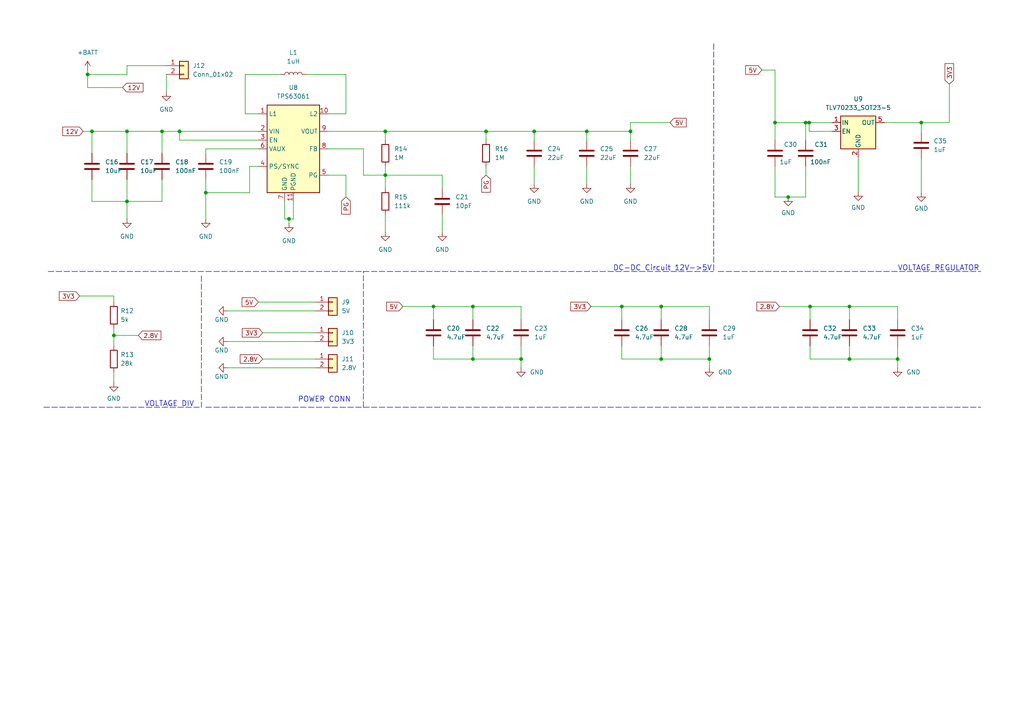
<source format=kicad_sch>
(kicad_sch (version 20211123) (generator eeschema)

  (uuid 3c3c6d05-90a1-4cd8-b70b-49050ef804ad)

  (paper "A4")

  (title_block
    (title "Power Card")
    (date "2023-09-21")
  )

  (lib_symbols
    (symbol "Connector_Generic:Conn_01x02" (pin_names (offset 1.016) hide) (in_bom yes) (on_board yes)
      (property "Reference" "J" (id 0) (at 0 2.54 0)
        (effects (font (size 1.27 1.27)))
      )
      (property "Value" "Conn_01x02" (id 1) (at 0 -5.08 0)
        (effects (font (size 1.27 1.27)))
      )
      (property "Footprint" "" (id 2) (at 0 0 0)
        (effects (font (size 1.27 1.27)) hide)
      )
      (property "Datasheet" "~" (id 3) (at 0 0 0)
        (effects (font (size 1.27 1.27)) hide)
      )
      (property "ki_keywords" "connector" (id 4) (at 0 0 0)
        (effects (font (size 1.27 1.27)) hide)
      )
      (property "ki_description" "Generic connector, single row, 01x02, script generated (kicad-library-utils/schlib/autogen/connector/)" (id 5) (at 0 0 0)
        (effects (font (size 1.27 1.27)) hide)
      )
      (property "ki_fp_filters" "Connector*:*_1x??_*" (id 6) (at 0 0 0)
        (effects (font (size 1.27 1.27)) hide)
      )
      (symbol "Conn_01x02_1_1"
        (rectangle (start -1.27 -2.413) (end 0 -2.667)
          (stroke (width 0.1524) (type default) (color 0 0 0 0))
          (fill (type none))
        )
        (rectangle (start -1.27 0.127) (end 0 -0.127)
          (stroke (width 0.1524) (type default) (color 0 0 0 0))
          (fill (type none))
        )
        (rectangle (start -1.27 1.27) (end 1.27 -3.81)
          (stroke (width 0.254) (type default) (color 0 0 0 0))
          (fill (type background))
        )
        (pin passive line (at -5.08 0 0) (length 3.81)
          (name "Pin_1" (effects (font (size 1.27 1.27))))
          (number "1" (effects (font (size 1.27 1.27))))
        )
        (pin passive line (at -5.08 -2.54 0) (length 3.81)
          (name "Pin_2" (effects (font (size 1.27 1.27))))
          (number "2" (effects (font (size 1.27 1.27))))
        )
      )
    )
    (symbol "Device:C" (pin_numbers hide) (pin_names (offset 0.254)) (in_bom yes) (on_board yes)
      (property "Reference" "C" (id 0) (at 0.635 2.54 0)
        (effects (font (size 1.27 1.27)) (justify left))
      )
      (property "Value" "C" (id 1) (at 0.635 -2.54 0)
        (effects (font (size 1.27 1.27)) (justify left))
      )
      (property "Footprint" "" (id 2) (at 0.9652 -3.81 0)
        (effects (font (size 1.27 1.27)) hide)
      )
      (property "Datasheet" "~" (id 3) (at 0 0 0)
        (effects (font (size 1.27 1.27)) hide)
      )
      (property "ki_keywords" "cap capacitor" (id 4) (at 0 0 0)
        (effects (font (size 1.27 1.27)) hide)
      )
      (property "ki_description" "Unpolarized capacitor" (id 5) (at 0 0 0)
        (effects (font (size 1.27 1.27)) hide)
      )
      (property "ki_fp_filters" "C_*" (id 6) (at 0 0 0)
        (effects (font (size 1.27 1.27)) hide)
      )
      (symbol "C_0_1"
        (polyline
          (pts
            (xy -2.032 -0.762)
            (xy 2.032 -0.762)
          )
          (stroke (width 0.508) (type default) (color 0 0 0 0))
          (fill (type none))
        )
        (polyline
          (pts
            (xy -2.032 0.762)
            (xy 2.032 0.762)
          )
          (stroke (width 0.508) (type default) (color 0 0 0 0))
          (fill (type none))
        )
      )
      (symbol "C_1_1"
        (pin passive line (at 0 3.81 270) (length 2.794)
          (name "~" (effects (font (size 1.27 1.27))))
          (number "1" (effects (font (size 1.27 1.27))))
        )
        (pin passive line (at 0 -3.81 90) (length 2.794)
          (name "~" (effects (font (size 1.27 1.27))))
          (number "2" (effects (font (size 1.27 1.27))))
        )
      )
    )
    (symbol "Device:L" (pin_numbers hide) (pin_names (offset 1.016) hide) (in_bom yes) (on_board yes)
      (property "Reference" "L" (id 0) (at -1.27 0 90)
        (effects (font (size 1.27 1.27)))
      )
      (property "Value" "L" (id 1) (at 1.905 0 90)
        (effects (font (size 1.27 1.27)))
      )
      (property "Footprint" "" (id 2) (at 0 0 0)
        (effects (font (size 1.27 1.27)) hide)
      )
      (property "Datasheet" "~" (id 3) (at 0 0 0)
        (effects (font (size 1.27 1.27)) hide)
      )
      (property "ki_keywords" "inductor choke coil reactor magnetic" (id 4) (at 0 0 0)
        (effects (font (size 1.27 1.27)) hide)
      )
      (property "ki_description" "Inductor" (id 5) (at 0 0 0)
        (effects (font (size 1.27 1.27)) hide)
      )
      (property "ki_fp_filters" "Choke_* *Coil* Inductor_* L_*" (id 6) (at 0 0 0)
        (effects (font (size 1.27 1.27)) hide)
      )
      (symbol "L_0_1"
        (arc (start 0 -2.54) (mid 0.635 -1.905) (end 0 -1.27)
          (stroke (width 0) (type default) (color 0 0 0 0))
          (fill (type none))
        )
        (arc (start 0 -1.27) (mid 0.635 -0.635) (end 0 0)
          (stroke (width 0) (type default) (color 0 0 0 0))
          (fill (type none))
        )
        (arc (start 0 0) (mid 0.635 0.635) (end 0 1.27)
          (stroke (width 0) (type default) (color 0 0 0 0))
          (fill (type none))
        )
        (arc (start 0 1.27) (mid 0.635 1.905) (end 0 2.54)
          (stroke (width 0) (type default) (color 0 0 0 0))
          (fill (type none))
        )
      )
      (symbol "L_1_1"
        (pin passive line (at 0 3.81 270) (length 1.27)
          (name "1" (effects (font (size 1.27 1.27))))
          (number "1" (effects (font (size 1.27 1.27))))
        )
        (pin passive line (at 0 -3.81 90) (length 1.27)
          (name "2" (effects (font (size 1.27 1.27))))
          (number "2" (effects (font (size 1.27 1.27))))
        )
      )
    )
    (symbol "Device:R" (pin_numbers hide) (pin_names (offset 0)) (in_bom yes) (on_board yes)
      (property "Reference" "R" (id 0) (at 2.032 0 90)
        (effects (font (size 1.27 1.27)))
      )
      (property "Value" "R" (id 1) (at 0 0 90)
        (effects (font (size 1.27 1.27)))
      )
      (property "Footprint" "" (id 2) (at -1.778 0 90)
        (effects (font (size 1.27 1.27)) hide)
      )
      (property "Datasheet" "~" (id 3) (at 0 0 0)
        (effects (font (size 1.27 1.27)) hide)
      )
      (property "ki_keywords" "R res resistor" (id 4) (at 0 0 0)
        (effects (font (size 1.27 1.27)) hide)
      )
      (property "ki_description" "Resistor" (id 5) (at 0 0 0)
        (effects (font (size 1.27 1.27)) hide)
      )
      (property "ki_fp_filters" "R_*" (id 6) (at 0 0 0)
        (effects (font (size 1.27 1.27)) hide)
      )
      (symbol "R_0_1"
        (rectangle (start -1.016 -2.54) (end 1.016 2.54)
          (stroke (width 0.254) (type default) (color 0 0 0 0))
          (fill (type none))
        )
      )
      (symbol "R_1_1"
        (pin passive line (at 0 3.81 270) (length 1.27)
          (name "~" (effects (font (size 1.27 1.27))))
          (number "1" (effects (font (size 1.27 1.27))))
        )
        (pin passive line (at 0 -3.81 90) (length 1.27)
          (name "~" (effects (font (size 1.27 1.27))))
          (number "2" (effects (font (size 1.27 1.27))))
        )
      )
    )
    (symbol "Regulator_Linear:TLV70233_SOT23-5" (pin_names (offset 0.254)) (in_bom yes) (on_board yes)
      (property "Reference" "U" (id 0) (at -3.81 5.715 0)
        (effects (font (size 1.27 1.27)))
      )
      (property "Value" "TLV70233_SOT23-5" (id 1) (at 0 5.715 0)
        (effects (font (size 1.27 1.27)) (justify left))
      )
      (property "Footprint" "Package_TO_SOT_SMD:SOT-23-5" (id 2) (at 0 8.255 0)
        (effects (font (size 1.27 1.27) italic) hide)
      )
      (property "Datasheet" "http://www.ti.com/lit/ds/symlink/tlv702.pdf" (id 3) (at 0 1.27 0)
        (effects (font (size 1.27 1.27)) hide)
      )
      (property "ki_keywords" "300mA LDO Regulator Fixed Positive" (id 4) (at 0 0 0)
        (effects (font (size 1.27 1.27)) hide)
      )
      (property "ki_description" "300mA Low Dropout Voltage Regulator, Fixed Output 3.3V, SOT-23-5" (id 5) (at 0 0 0)
        (effects (font (size 1.27 1.27)) hide)
      )
      (property "ki_fp_filters" "SOT?23*" (id 6) (at 0 0 0)
        (effects (font (size 1.27 1.27)) hide)
      )
      (symbol "TLV70233_SOT23-5_0_1"
        (rectangle (start -5.08 4.445) (end 5.08 -5.08)
          (stroke (width 0.254) (type default) (color 0 0 0 0))
          (fill (type background))
        )
      )
      (symbol "TLV70233_SOT23-5_1_1"
        (pin power_in line (at -7.62 2.54 0) (length 2.54)
          (name "IN" (effects (font (size 1.27 1.27))))
          (number "1" (effects (font (size 1.27 1.27))))
        )
        (pin power_in line (at 0 -7.62 90) (length 2.54)
          (name "GND" (effects (font (size 1.27 1.27))))
          (number "2" (effects (font (size 1.27 1.27))))
        )
        (pin input line (at -7.62 0 0) (length 2.54)
          (name "EN" (effects (font (size 1.27 1.27))))
          (number "3" (effects (font (size 1.27 1.27))))
        )
        (pin no_connect line (at 5.08 0 180) (length 2.54) hide
          (name "NC" (effects (font (size 1.27 1.27))))
          (number "4" (effects (font (size 1.27 1.27))))
        )
        (pin power_out line (at 7.62 2.54 180) (length 2.54)
          (name "OUT" (effects (font (size 1.27 1.27))))
          (number "5" (effects (font (size 1.27 1.27))))
        )
      )
    )
    (symbol "Regulator_Switching:TPS63061" (in_bom yes) (on_board yes)
      (property "Reference" "U" (id 0) (at -7.62 13.97 0)
        (effects (font (size 1.27 1.27)) (justify left))
      )
      (property "Value" "TPS63061" (id 1) (at 2.54 13.97 0)
        (effects (font (size 1.27 1.27)))
      )
      (property "Footprint" "Package_SON:Texas_S-PWSON-N10_ThermalVias" (id 2) (at 0 -16.51 0)
        (effects (font (size 1.27 1.27)) hide)
      )
      (property "Datasheet" "http://www.ti.com/lit/ds/symlink/tps63060.pdf" (id 3) (at 0 0 0)
        (effects (font (size 1.27 1.27)) hide)
      )
      (property "ki_keywords" "Buck-Boost converter 5V" (id 4) (at 0 0 0)
        (effects (font (size 1.27 1.27)) hide)
      )
      (property "ki_description" "Buck-Boost Converter, 2.5-12V Input Voltage, 2-A Switch Current, Fixed 5V Output Voltage, S-PWSON-10" (id 5) (at 0 0 0)
        (effects (font (size 1.27 1.27)) hide)
      )
      (property "ki_fp_filters" "Texas*S*PWSON*N10*" (id 6) (at 0 0 0)
        (effects (font (size 1.27 1.27)) hide)
      )
      (symbol "TPS63061_0_1"
        (rectangle (start -7.62 12.7) (end 7.62 -12.7)
          (stroke (width 0.254) (type default) (color 0 0 0 0))
          (fill (type background))
        )
      )
      (symbol "TPS63061_1_1"
        (pin input line (at -10.16 10.16 0) (length 2.54)
          (name "L1" (effects (font (size 1.27 1.27))))
          (number "1" (effects (font (size 1.27 1.27))))
        )
        (pin input line (at 10.16 10.16 180) (length 2.54)
          (name "L2" (effects (font (size 1.27 1.27))))
          (number "10" (effects (font (size 1.27 1.27))))
        )
        (pin power_in line (at 0 -15.24 90) (length 2.54)
          (name "PGND" (effects (font (size 1.27 1.27))))
          (number "11" (effects (font (size 1.27 1.27))))
        )
        (pin power_in line (at -10.16 5.08 0) (length 2.54)
          (name "VIN" (effects (font (size 1.27 1.27))))
          (number "2" (effects (font (size 1.27 1.27))))
        )
        (pin input line (at -10.16 2.54 0) (length 2.54)
          (name "EN" (effects (font (size 1.27 1.27))))
          (number "3" (effects (font (size 1.27 1.27))))
        )
        (pin input line (at -10.16 -5.08 0) (length 2.54)
          (name "PS/SYNC" (effects (font (size 1.27 1.27))))
          (number "4" (effects (font (size 1.27 1.27))))
        )
        (pin output line (at 10.16 -7.62 180) (length 2.54)
          (name "PG" (effects (font (size 1.27 1.27))))
          (number "5" (effects (font (size 1.27 1.27))))
        )
        (pin passive line (at -10.16 0 0) (length 2.54)
          (name "VAUX" (effects (font (size 1.27 1.27))))
          (number "6" (effects (font (size 1.27 1.27))))
        )
        (pin power_in line (at -2.54 -15.24 90) (length 2.54)
          (name "GND" (effects (font (size 1.27 1.27))))
          (number "7" (effects (font (size 1.27 1.27))))
        )
        (pin input line (at 10.16 0 180) (length 2.54)
          (name "FB" (effects (font (size 1.27 1.27))))
          (number "8" (effects (font (size 1.27 1.27))))
        )
        (pin power_out line (at 10.16 5.08 180) (length 2.54)
          (name "VOUT" (effects (font (size 1.27 1.27))))
          (number "9" (effects (font (size 1.27 1.27))))
        )
      )
    )
    (symbol "power:+BATT" (power) (pin_names (offset 0)) (in_bom yes) (on_board yes)
      (property "Reference" "#PWR" (id 0) (at 0 -3.81 0)
        (effects (font (size 1.27 1.27)) hide)
      )
      (property "Value" "+BATT" (id 1) (at 0 3.556 0)
        (effects (font (size 1.27 1.27)))
      )
      (property "Footprint" "" (id 2) (at 0 0 0)
        (effects (font (size 1.27 1.27)) hide)
      )
      (property "Datasheet" "" (id 3) (at 0 0 0)
        (effects (font (size 1.27 1.27)) hide)
      )
      (property "ki_keywords" "power-flag battery" (id 4) (at 0 0 0)
        (effects (font (size 1.27 1.27)) hide)
      )
      (property "ki_description" "Power symbol creates a global label with name \"+BATT\"" (id 5) (at 0 0 0)
        (effects (font (size 1.27 1.27)) hide)
      )
      (symbol "+BATT_0_1"
        (polyline
          (pts
            (xy -0.762 1.27)
            (xy 0 2.54)
          )
          (stroke (width 0) (type default) (color 0 0 0 0))
          (fill (type none))
        )
        (polyline
          (pts
            (xy 0 0)
            (xy 0 2.54)
          )
          (stroke (width 0) (type default) (color 0 0 0 0))
          (fill (type none))
        )
        (polyline
          (pts
            (xy 0 2.54)
            (xy 0.762 1.27)
          )
          (stroke (width 0) (type default) (color 0 0 0 0))
          (fill (type none))
        )
      )
      (symbol "+BATT_1_1"
        (pin power_in line (at 0 0 90) (length 0) hide
          (name "+BATT" (effects (font (size 1.27 1.27))))
          (number "1" (effects (font (size 1.27 1.27))))
        )
      )
    )
    (symbol "power:GND" (power) (pin_names (offset 0)) (in_bom yes) (on_board yes)
      (property "Reference" "#PWR" (id 0) (at 0 -6.35 0)
        (effects (font (size 1.27 1.27)) hide)
      )
      (property "Value" "GND" (id 1) (at 0 -3.81 0)
        (effects (font (size 1.27 1.27)))
      )
      (property "Footprint" "" (id 2) (at 0 0 0)
        (effects (font (size 1.27 1.27)) hide)
      )
      (property "Datasheet" "" (id 3) (at 0 0 0)
        (effects (font (size 1.27 1.27)) hide)
      )
      (property "ki_keywords" "power-flag" (id 4) (at 0 0 0)
        (effects (font (size 1.27 1.27)) hide)
      )
      (property "ki_description" "Power symbol creates a global label with name \"GND\" , ground" (id 5) (at 0 0 0)
        (effects (font (size 1.27 1.27)) hide)
      )
      (symbol "GND_0_1"
        (polyline
          (pts
            (xy 0 0)
            (xy 0 -1.27)
            (xy 1.27 -1.27)
            (xy 0 -2.54)
            (xy -1.27 -1.27)
            (xy 0 -1.27)
          )
          (stroke (width 0) (type default) (color 0 0 0 0))
          (fill (type none))
        )
      )
      (symbol "GND_1_1"
        (pin power_in line (at 0 0 270) (length 0) hide
          (name "GND" (effects (font (size 1.27 1.27))))
          (number "1" (effects (font (size 1.27 1.27))))
        )
      )
    )
  )

  (junction (at 154.94 38.1) (diameter 0) (color 0 0 0 0)
    (uuid 0473c5cf-22ae-4bb8-ad9c-6aedc58c0726)
  )
  (junction (at 246.38 104.14) (diameter 0) (color 0 0 0 0)
    (uuid 07a9422b-77a9-4156-a5e2-a1948159b79f)
  )
  (junction (at 111.76 38.1) (diameter 0) (color 0 0 0 0)
    (uuid 13dec3ad-9997-4b6a-8ac0-cb7bd631a779)
  )
  (junction (at 170.18 38.1) (diameter 0) (color 0 0 0 0)
    (uuid 1db10b3d-c470-4b4e-beb3-b46beebcbe9d)
  )
  (junction (at 191.77 104.14) (diameter 0) (color 0 0 0 0)
    (uuid 2c3f6c15-12ee-4758-ac3d-967fdc1d313f)
  )
  (junction (at 180.34 88.9) (diameter 0) (color 0 0 0 0)
    (uuid 2fd0fe4c-791e-42d0-b7c7-63bb1b4ba7ad)
  )
  (junction (at 137.16 88.9) (diameter 0) (color 0 0 0 0)
    (uuid 37e9f263-7110-4243-aca8-1be0d0eb799c)
  )
  (junction (at 83.82 63.5) (diameter 0) (color 0 0 0 0)
    (uuid 48e54749-841f-4d53-80af-0d8a8fee698a)
  )
  (junction (at 36.83 38.1) (diameter 0) (color 0 0 0 0)
    (uuid 4a4e08ce-f703-406d-9aa1-48ce82dd04f7)
  )
  (junction (at 234.696 35.56) (diameter 0) (color 0 0 0 0)
    (uuid 5acd630e-d0d7-48d8-9754-825e8ba7e6bd)
  )
  (junction (at 260.35 104.14) (diameter 0) (color 0 0 0 0)
    (uuid 5bf33cf5-5f8f-4776-ab3b-b15efdac355f)
  )
  (junction (at 36.83 58.42) (diameter 0) (color 0 0 0 0)
    (uuid 5c32a39e-7523-476c-a5b9-44d151a76a8f)
  )
  (junction (at 233.68 35.56) (diameter 0) (color 0 0 0 0)
    (uuid 6112e52a-8318-4606-9aaf-a114d599165f)
  )
  (junction (at 137.16 104.14) (diameter 0) (color 0 0 0 0)
    (uuid 6bc5db72-f41d-4c62-b61e-5d10757535ce)
  )
  (junction (at 59.69 55.88) (diameter 0) (color 0 0 0 0)
    (uuid 728fe78d-38a3-41d5-8b21-4f90630fb687)
  )
  (junction (at 46.99 38.1) (diameter 0) (color 0 0 0 0)
    (uuid 77734599-bba0-4c3f-949e-a9181a50500d)
  )
  (junction (at 205.74 104.14) (diameter 0) (color 0 0 0 0)
    (uuid 78808687-bb98-4576-87f5-b6b75910d5f8)
  )
  (junction (at 33.02 97.282) (diameter 0) (color 0 0 0 0)
    (uuid 7d472b52-6435-4ddc-aff2-70d4ffdd4b64)
  )
  (junction (at 52.07 38.1) (diameter 0) (color 0 0 0 0)
    (uuid 80247fef-c9fe-4263-90ea-8c93da54fe39)
  )
  (junction (at 25.4 21.59) (diameter 0) (color 0 0 0 0)
    (uuid 9048cc35-edd4-4704-8279-701598188d72)
  )
  (junction (at 191.77 88.9) (diameter 0) (color 0 0 0 0)
    (uuid 9a15b9e9-f2e5-4732-a9da-a58bbd03397a)
  )
  (junction (at 26.67 38.1) (diameter 0) (color 0 0 0 0)
    (uuid 9e2adcc4-383b-4447-b839-76a9cbcfdf23)
  )
  (junction (at 246.38 88.9) (diameter 0) (color 0 0 0 0)
    (uuid 9f3771c0-d5a2-47bc-b4d7-6dced31f56f7)
  )
  (junction (at 151.13 104.14) (diameter 0) (color 0 0 0 0)
    (uuid b0b8f5d8-b99a-4934-8d99-201f0f9a7986)
  )
  (junction (at 182.88 38.1) (diameter 0) (color 0 0 0 0)
    (uuid bcfbe391-11f2-4b66-be0a-b235e4334aad)
  )
  (junction (at 125.73 88.9) (diameter 0) (color 0 0 0 0)
    (uuid cc3a4403-abee-4bec-93b4-d312c0b5fa2b)
  )
  (junction (at 228.6 57.15) (diameter 0) (color 0 0 0 0)
    (uuid cde9f75f-9cd9-45e0-b969-2462be5f316e)
  )
  (junction (at 267.208 35.56) (diameter 0) (color 0 0 0 0)
    (uuid cf56334f-9b8d-4381-a094-2d117951cb63)
  )
  (junction (at 234.95 88.9) (diameter 0) (color 0 0 0 0)
    (uuid cfb62524-ae8c-4f71-8042-f045723068ca)
  )
  (junction (at 224.79 35.56) (diameter 0) (color 0 0 0 0)
    (uuid e0e8917a-5570-464b-a403-f5cb02df62e1)
  )
  (junction (at 111.76 50.8) (diameter 0) (color 0 0 0 0)
    (uuid f5dfa737-15ba-470a-b858-a81d64c0645f)
  )
  (junction (at 140.97 38.1) (diameter 0) (color 0 0 0 0)
    (uuid ff4177f4-beb1-44a6-9436-d7df33ff6d55)
  )

  (wire (pts (xy 59.69 44.45) (xy 59.69 43.18))
    (stroke (width 0) (type default) (color 0 0 0 0))
    (uuid 01e0c3b7-fc09-4f3c-b3ba-b3fb119ea6c1)
  )
  (wire (pts (xy 105.41 43.18) (xy 105.41 50.8))
    (stroke (width 0) (type default) (color 0 0 0 0))
    (uuid 040db7b6-2303-4c37-b81b-edb178ec6cf4)
  )
  (wire (pts (xy 170.18 38.1) (xy 182.88 38.1))
    (stroke (width 0) (type default) (color 0 0 0 0))
    (uuid 04f81e70-7714-4b3d-bb23-f5db13d0c18a)
  )
  (wire (pts (xy 267.208 35.56) (xy 267.208 38.354))
    (stroke (width 0) (type default) (color 0 0 0 0))
    (uuid 0582bb88-a919-4e71-85d3-c883c8330b51)
  )
  (wire (pts (xy 137.16 88.9) (xy 137.16 92.71))
    (stroke (width 0) (type default) (color 0 0 0 0))
    (uuid 09b8a68c-b514-4dd7-abbf-dd98d8e65a04)
  )
  (wire (pts (xy 71.12 33.02) (xy 71.12 21.59))
    (stroke (width 0) (type default) (color 0 0 0 0))
    (uuid 09b991de-60c1-4f4f-9777-d9c7bc9eb95b)
  )
  (wire (pts (xy 26.67 38.1) (xy 36.83 38.1))
    (stroke (width 0) (type default) (color 0 0 0 0))
    (uuid 0d26d72c-7c4a-48d3-bc06-1d051762d73e)
  )
  (wire (pts (xy 72.39 48.26) (xy 72.39 55.88))
    (stroke (width 0) (type default) (color 0 0 0 0))
    (uuid 0ed377d4-3d7f-4fee-97ee-1174a3a445bd)
  )
  (wire (pts (xy 46.99 38.1) (xy 52.07 38.1))
    (stroke (width 0) (type default) (color 0 0 0 0))
    (uuid 12296548-df1d-4a21-ab8b-6db214681b4f)
  )
  (wire (pts (xy 111.76 48.26) (xy 111.76 50.8))
    (stroke (width 0) (type default) (color 0 0 0 0))
    (uuid 15609857-de82-4df9-ae7e-6305078f3619)
  )
  (wire (pts (xy 74.93 33.02) (xy 71.12 33.02))
    (stroke (width 0) (type default) (color 0 0 0 0))
    (uuid 15782ac5-3918-4989-acaf-84afcb720544)
  )
  (wire (pts (xy 260.35 100.33) (xy 260.35 104.14))
    (stroke (width 0) (type default) (color 0 0 0 0))
    (uuid 15dcf733-8a48-4b6d-99af-0d4462a9a60b)
  )
  (wire (pts (xy 182.88 38.1) (xy 182.88 40.64))
    (stroke (width 0) (type default) (color 0 0 0 0))
    (uuid 17e7f8d9-f068-43cf-b381-dcccd73e0e43)
  )
  (wire (pts (xy 228.6 57.15) (xy 224.79 57.15))
    (stroke (width 0) (type default) (color 0 0 0 0))
    (uuid 1939203a-487d-4aa9-8b7c-eec3b295a6ea)
  )
  (wire (pts (xy 234.696 38.1) (xy 234.696 35.56))
    (stroke (width 0) (type default) (color 0 0 0 0))
    (uuid 1b1d88b9-cc04-41b8-9081-b9394bb0b288)
  )
  (wire (pts (xy 125.73 100.33) (xy 125.73 104.14))
    (stroke (width 0) (type default) (color 0 0 0 0))
    (uuid 1d3f6091-a998-450f-9d3d-02d6e112eb77)
  )
  (wire (pts (xy 36.83 58.42) (xy 36.83 63.5))
    (stroke (width 0) (type default) (color 0 0 0 0))
    (uuid 1f4501ee-f096-4294-974d-75b3b566ddfe)
  )
  (wire (pts (xy 233.68 35.56) (xy 234.696 35.56))
    (stroke (width 0) (type default) (color 0 0 0 0))
    (uuid 1f8a64fc-522f-43ce-b786-d063be9b8873)
  )
  (wire (pts (xy 125.73 88.9) (xy 137.16 88.9))
    (stroke (width 0) (type default) (color 0 0 0 0))
    (uuid 2037ec64-01a7-4d6d-a708-0157d69b79e8)
  )
  (wire (pts (xy 182.88 48.26) (xy 182.88 53.34))
    (stroke (width 0) (type default) (color 0 0 0 0))
    (uuid 21426eeb-f503-45a6-8277-5a046e23e3d9)
  )
  (wire (pts (xy 246.38 88.9) (xy 246.38 92.71))
    (stroke (width 0) (type default) (color 0 0 0 0))
    (uuid 2189e888-0922-4952-a912-6917a2704bb6)
  )
  (wire (pts (xy 246.38 104.14) (xy 260.35 104.14))
    (stroke (width 0) (type default) (color 0 0 0 0))
    (uuid 22dd83bd-dca5-4723-92c2-c37e9261c387)
  )
  (wire (pts (xy 194.31 35.56) (xy 182.88 35.56))
    (stroke (width 0) (type default) (color 0 0 0 0))
    (uuid 22f7ca6c-96be-4ede-99cb-ab7380847ea9)
  )
  (wire (pts (xy 137.16 100.33) (xy 137.16 104.14))
    (stroke (width 0) (type default) (color 0 0 0 0))
    (uuid 25936115-66e8-4520-a51d-c33e33959325)
  )
  (wire (pts (xy 234.95 88.9) (xy 246.38 88.9))
    (stroke (width 0) (type default) (color 0 0 0 0))
    (uuid 2785228a-26da-4f78-964f-f96fec10c4de)
  )
  (wire (pts (xy 234.95 88.9) (xy 234.95 92.71))
    (stroke (width 0) (type default) (color 0 0 0 0))
    (uuid 28752b35-d1c6-4ad3-a337-ec018e7fe4be)
  )
  (wire (pts (xy 205.74 104.14) (xy 205.74 106.68))
    (stroke (width 0) (type default) (color 0 0 0 0))
    (uuid 295aa18b-1c39-4caf-a94f-53d8e0350586)
  )
  (wire (pts (xy 116.84 88.9) (xy 125.73 88.9))
    (stroke (width 0) (type default) (color 0 0 0 0))
    (uuid 2d3c853b-8906-4459-a66f-feae9b79aa47)
  )
  (wire (pts (xy 191.77 104.14) (xy 205.74 104.14))
    (stroke (width 0) (type default) (color 0 0 0 0))
    (uuid 2f1567cc-9292-424a-9915-90872c4da1e4)
  )
  (wire (pts (xy 140.97 38.1) (xy 111.76 38.1))
    (stroke (width 0) (type default) (color 0 0 0 0))
    (uuid 30f96819-5769-4dfb-98e2-fe09999aed54)
  )
  (wire (pts (xy 205.74 100.33) (xy 205.74 104.14))
    (stroke (width 0) (type default) (color 0 0 0 0))
    (uuid 3664276f-b8a3-4596-a88b-d664377a7f81)
  )
  (wire (pts (xy 36.83 21.59) (xy 36.83 19.05))
    (stroke (width 0) (type default) (color 0 0 0 0))
    (uuid 3ac370ca-15b0-4ef2-b725-0d5d0683b8fe)
  )
  (wire (pts (xy 191.77 100.33) (xy 191.77 104.14))
    (stroke (width 0) (type default) (color 0 0 0 0))
    (uuid 3be593d5-5479-4945-b689-c4795891d61c)
  )
  (wire (pts (xy 128.27 54.61) (xy 128.27 50.8))
    (stroke (width 0) (type default) (color 0 0 0 0))
    (uuid 3c061288-f3bf-45be-bda9-a9e4dffc0d23)
  )
  (wire (pts (xy 154.94 40.64) (xy 154.94 38.1))
    (stroke (width 0) (type default) (color 0 0 0 0))
    (uuid 3d3f5742-8466-43bf-af5a-2a8b1eb1e531)
  )
  (wire (pts (xy 33.02 107.95) (xy 33.02 110.998))
    (stroke (width 0) (type default) (color 0 0 0 0))
    (uuid 3dade1af-9580-4b3d-8f3a-e4360b55a34a)
  )
  (wire (pts (xy 46.99 58.42) (xy 36.83 58.42))
    (stroke (width 0) (type default) (color 0 0 0 0))
    (uuid 3e7ea53c-6070-40d9-adf3-bb0da80f836a)
  )
  (wire (pts (xy 36.83 38.1) (xy 36.83 44.45))
    (stroke (width 0) (type default) (color 0 0 0 0))
    (uuid 3fc5ca4e-ace9-4d09-9f9d-ec91d7e7a101)
  )
  (wire (pts (xy 25.4 21.59) (xy 36.83 21.59))
    (stroke (width 0) (type default) (color 0 0 0 0))
    (uuid 419022ae-211b-42af-9440-e24c6ba51de6)
  )
  (wire (pts (xy 154.94 38.1) (xy 170.18 38.1))
    (stroke (width 0) (type default) (color 0 0 0 0))
    (uuid 41f95f1a-4663-4863-962b-ef4c32574206)
  )
  (wire (pts (xy 82.55 63.5) (xy 83.82 63.5))
    (stroke (width 0) (type default) (color 0 0 0 0))
    (uuid 42b8ec1c-b13f-447d-a37d-5601d9aa067c)
  )
  (wire (pts (xy 234.95 100.33) (xy 234.95 104.14))
    (stroke (width 0) (type default) (color 0 0 0 0))
    (uuid 4429aa0e-26a3-4fea-b9cf-ddd1a084b4d2)
  )
  (wire (pts (xy 151.13 104.14) (xy 151.13 106.68))
    (stroke (width 0) (type default) (color 0 0 0 0))
    (uuid 44ba5598-1603-45d5-a59a-557258aa586f)
  )
  (wire (pts (xy 52.07 38.1) (xy 74.93 38.1))
    (stroke (width 0) (type default) (color 0 0 0 0))
    (uuid 44daf3ed-7f4a-4422-bc91-c075f8499c17)
  )
  (polyline (pts (xy 13.97 78.74) (xy 207.01 78.74))
    (stroke (width 0) (type default) (color 0 0 0 0))
    (uuid 486dfa6f-f90e-4ef1-bbc7-2012f8dc45b6)
  )

  (wire (pts (xy 46.99 52.07) (xy 46.99 58.42))
    (stroke (width 0) (type default) (color 0 0 0 0))
    (uuid 4a831f6e-c928-41b4-9773-90795ebd5df8)
  )
  (wire (pts (xy 33.02 97.282) (xy 40.132 97.282))
    (stroke (width 0) (type default) (color 0 0 0 0))
    (uuid 4b73b83e-6c2b-4607-90f0-379b26da85fc)
  )
  (wire (pts (xy 182.88 35.56) (xy 182.88 38.1))
    (stroke (width 0) (type default) (color 0 0 0 0))
    (uuid 4e38dba4-99b0-4700-85ea-fdd91d28fec7)
  )
  (wire (pts (xy 46.99 38.1) (xy 46.99 44.45))
    (stroke (width 0) (type default) (color 0 0 0 0))
    (uuid 51c0c547-1679-44c7-acdc-1f5267fa6807)
  )
  (wire (pts (xy 48.26 21.59) (xy 48.26 26.67))
    (stroke (width 0) (type default) (color 0 0 0 0))
    (uuid 522dd88a-2ee6-4927-b989-6836850d5bf3)
  )
  (wire (pts (xy 33.02 95.25) (xy 33.02 97.282))
    (stroke (width 0) (type default) (color 0 0 0 0))
    (uuid 5653eab9-345a-4441-9c1d-c78b92e48f5d)
  )
  (wire (pts (xy 74.93 87.63) (xy 91.44 87.63))
    (stroke (width 0) (type default) (color 0 0 0 0))
    (uuid 56a3bd71-cf4b-46f4-87c1-9f8b31671854)
  )
  (wire (pts (xy 137.16 88.9) (xy 151.13 88.9))
    (stroke (width 0) (type default) (color 0 0 0 0))
    (uuid 5a191263-0eb4-4e8a-8e11-c517a97fed25)
  )
  (wire (pts (xy 125.73 88.9) (xy 125.73 92.71))
    (stroke (width 0) (type default) (color 0 0 0 0))
    (uuid 5b0fcc1e-418b-4971-99b0-713d33963a68)
  )
  (wire (pts (xy 66.04 99.06) (xy 91.44 99.06))
    (stroke (width 0) (type default) (color 0 0 0 0))
    (uuid 5b92e34d-c1d4-4d56-b026-8e6f615f060d)
  )
  (wire (pts (xy 36.83 38.1) (xy 46.99 38.1))
    (stroke (width 0) (type default) (color 0 0 0 0))
    (uuid 5db8cb21-2d74-4962-9a79-4f4f9e61f236)
  )
  (wire (pts (xy 100.33 50.8) (xy 100.33 57.15))
    (stroke (width 0) (type default) (color 0 0 0 0))
    (uuid 5e3bf3d1-9337-4d96-922b-08e0d7f11b55)
  )
  (wire (pts (xy 71.12 21.59) (xy 81.28 21.59))
    (stroke (width 0) (type default) (color 0 0 0 0))
    (uuid 5f746c6f-39a6-4136-b293-bd199d0ed5a5)
  )
  (wire (pts (xy 233.68 57.15) (xy 228.6 57.15))
    (stroke (width 0) (type default) (color 0 0 0 0))
    (uuid 60460d4e-f324-4c8b-b2d5-ea9d391d03ed)
  )
  (wire (pts (xy 180.34 104.14) (xy 191.77 104.14))
    (stroke (width 0) (type default) (color 0 0 0 0))
    (uuid 6124a571-c914-4517-91a0-6573b8313820)
  )
  (wire (pts (xy 85.09 63.5) (xy 83.82 63.5))
    (stroke (width 0) (type default) (color 0 0 0 0))
    (uuid 622cdfbc-68ce-4301-8b42-99341f999f05)
  )
  (wire (pts (xy 226.06 88.9) (xy 234.95 88.9))
    (stroke (width 0) (type default) (color 0 0 0 0))
    (uuid 62aee9ed-de54-4830-ac50-b1e496174902)
  )
  (polyline (pts (xy 105.41 118.11) (xy 284.48 118.11))
    (stroke (width 0) (type default) (color 0 0 0 0))
    (uuid 637e6673-822f-4ecd-afe5-8fde0a4b5111)
  )

  (wire (pts (xy 234.95 104.14) (xy 246.38 104.14))
    (stroke (width 0) (type default) (color 0 0 0 0))
    (uuid 6474e351-b92f-411d-99a7-b092dbb74ca0)
  )
  (wire (pts (xy 125.73 104.14) (xy 137.16 104.14))
    (stroke (width 0) (type default) (color 0 0 0 0))
    (uuid 650bde00-c4a2-4f1d-a953-f28b90d30760)
  )
  (wire (pts (xy 140.97 48.26) (xy 140.97 50.8))
    (stroke (width 0) (type default) (color 0 0 0 0))
    (uuid 66663bc2-7f27-441c-a9e3-7f74ec5b6cee)
  )
  (wire (pts (xy 25.4 25.4) (xy 35.56 25.4))
    (stroke (width 0) (type default) (color 0 0 0 0))
    (uuid 68019dfa-7b79-410b-a556-166ef0f77d0f)
  )
  (wire (pts (xy 59.69 52.07) (xy 59.69 55.88))
    (stroke (width 0) (type default) (color 0 0 0 0))
    (uuid 6a90a474-efe3-4253-93b1-3a9cef316a2d)
  )
  (wire (pts (xy 191.77 88.9) (xy 191.77 92.71))
    (stroke (width 0) (type default) (color 0 0 0 0))
    (uuid 6d71b8ff-fc67-413a-b528-af7b0ecafc28)
  )
  (wire (pts (xy 76.2 104.14) (xy 91.44 104.14))
    (stroke (width 0) (type default) (color 0 0 0 0))
    (uuid 6e8545dd-63ec-4fad-8ab6-56d8488011b0)
  )
  (polyline (pts (xy 58.42 80.01) (xy 58.42 118.11))
    (stroke (width 0) (type default) (color 0 0 0 0))
    (uuid 703e5bb6-8faa-4da8-8c5d-f7f26ac278fb)
  )

  (wire (pts (xy 246.38 100.33) (xy 246.38 104.14))
    (stroke (width 0) (type default) (color 0 0 0 0))
    (uuid 725a0647-d807-478f-92d5-f672383adb6f)
  )
  (wire (pts (xy 111.76 40.64) (xy 111.76 38.1))
    (stroke (width 0) (type default) (color 0 0 0 0))
    (uuid 73ac8c4a-9056-49cb-8ba8-b6d85b0031d6)
  )
  (wire (pts (xy 140.97 40.64) (xy 140.97 38.1))
    (stroke (width 0) (type default) (color 0 0 0 0))
    (uuid 7a9d2c55-481a-403f-b773-3aec7e65b79e)
  )
  (wire (pts (xy 66.04 106.68) (xy 91.44 106.68))
    (stroke (width 0) (type default) (color 0 0 0 0))
    (uuid 7ad56a02-c610-40cd-b7a4-fe6d8ac8ff4f)
  )
  (wire (pts (xy 154.94 38.1) (xy 140.97 38.1))
    (stroke (width 0) (type default) (color 0 0 0 0))
    (uuid 7b46a1fc-4894-4b59-b050-987e6482b531)
  )
  (wire (pts (xy 180.34 88.9) (xy 180.34 92.71))
    (stroke (width 0) (type default) (color 0 0 0 0))
    (uuid 7c0f7658-c214-4886-a1e0-c0214ef0b93e)
  )
  (wire (pts (xy 23.114 85.852) (xy 33.02 85.852))
    (stroke (width 0) (type default) (color 0 0 0 0))
    (uuid 7f5f8094-a08f-4eab-912b-52aaae155d8f)
  )
  (wire (pts (xy 233.68 35.56) (xy 233.68 40.64))
    (stroke (width 0) (type default) (color 0 0 0 0))
    (uuid 7fa04714-7163-4ea5-af19-363267273121)
  )
  (polyline (pts (xy 105.41 118.11) (xy 105.41 78.74))
    (stroke (width 0) (type default) (color 0 0 0 0))
    (uuid 807a64ee-e04c-4f5f-b666-ab0ceec4caf1)
  )
  (polyline (pts (xy 208.28 78.74) (xy 284.48 78.74))
    (stroke (width 0) (type default) (color 0 0 0 0))
    (uuid 80aaeb55-ef0d-4a57-b74d-75359229b6ca)
  )

  (wire (pts (xy 151.13 88.9) (xy 151.13 92.71))
    (stroke (width 0) (type default) (color 0 0 0 0))
    (uuid 82a37947-6d4f-460d-a57f-f3901c4101cd)
  )
  (wire (pts (xy 33.02 97.282) (xy 33.02 100.33))
    (stroke (width 0) (type default) (color 0 0 0 0))
    (uuid 83ef7640-a7ea-4eec-b57d-564b7bbb5e3d)
  )
  (wire (pts (xy 248.92 45.72) (xy 248.92 55.626))
    (stroke (width 0) (type default) (color 0 0 0 0))
    (uuid 8477057b-76f0-4b81-a7d7-e4f3db769346)
  )
  (wire (pts (xy 180.34 100.33) (xy 180.34 104.14))
    (stroke (width 0) (type default) (color 0 0 0 0))
    (uuid 862a7ec3-09ed-4091-9520-d75f125b5c6e)
  )
  (wire (pts (xy 180.34 88.9) (xy 191.77 88.9))
    (stroke (width 0) (type default) (color 0 0 0 0))
    (uuid 87a0c747-c188-41c7-bdaf-219b1fcb5f0f)
  )
  (polyline (pts (xy 59.69 118.11) (xy 105.41 118.11))
    (stroke (width 0) (type default) (color 0 0 0 0))
    (uuid 8ac916b7-7245-4b55-85d3-b5c60772b3d2)
  )

  (wire (pts (xy 59.69 43.18) (xy 74.93 43.18))
    (stroke (width 0) (type default) (color 0 0 0 0))
    (uuid 8b4a8b34-40a5-4b7c-91d3-919e473d5192)
  )
  (wire (pts (xy 234.696 38.1) (xy 241.3 38.1))
    (stroke (width 0) (type default) (color 0 0 0 0))
    (uuid 8cf9ba99-322e-40b6-aa7d-d84440aaaefb)
  )
  (wire (pts (xy 83.82 63.5) (xy 83.82 64.77))
    (stroke (width 0) (type default) (color 0 0 0 0))
    (uuid 9a67cefa-ab86-4b55-98ef-ecc95e1b5e2c)
  )
  (polyline (pts (xy 207.01 12.7) (xy 207.01 78.74))
    (stroke (width 0) (type default) (color 0 0 0 0))
    (uuid 9c36f912-b475-4a61-ab21-954b72851225)
  )

  (wire (pts (xy 82.55 58.42) (xy 82.55 63.5))
    (stroke (width 0) (type default) (color 0 0 0 0))
    (uuid 9c9e9038-fadd-4655-a8af-d764381b2b2d)
  )
  (wire (pts (xy 72.39 55.88) (xy 59.69 55.88))
    (stroke (width 0) (type default) (color 0 0 0 0))
    (uuid 9d725954-2800-4cc2-92ae-1c56f75bc2f7)
  )
  (wire (pts (xy 256.54 35.56) (xy 267.208 35.56))
    (stroke (width 0) (type default) (color 0 0 0 0))
    (uuid a4f91b5d-94aa-4ff4-8424-409acd95907d)
  )
  (wire (pts (xy 36.83 52.07) (xy 36.83 58.42))
    (stroke (width 0) (type default) (color 0 0 0 0))
    (uuid a66c27f9-1b95-4cde-b0cf-851d5c7deb97)
  )
  (wire (pts (xy 246.38 88.9) (xy 260.35 88.9))
    (stroke (width 0) (type default) (color 0 0 0 0))
    (uuid a7957cf4-f6ca-4e84-9278-31ed6c583c07)
  )
  (wire (pts (xy 151.13 100.33) (xy 151.13 104.14))
    (stroke (width 0) (type default) (color 0 0 0 0))
    (uuid af791063-6340-4026-ad9c-b2abea07f3ff)
  )
  (wire (pts (xy 111.76 50.8) (xy 111.76 54.61))
    (stroke (width 0) (type default) (color 0 0 0 0))
    (uuid b01d8765-a639-4f26-917c-de7bf2dcca30)
  )
  (wire (pts (xy 267.208 35.56) (xy 275.336 35.56))
    (stroke (width 0) (type default) (color 0 0 0 0))
    (uuid b140cfec-5604-417e-b4d3-0cb8e28a4980)
  )
  (wire (pts (xy 91.44 90.17) (xy 66.04 90.17))
    (stroke (width 0) (type default) (color 0 0 0 0))
    (uuid b56ba944-7ac4-4d4d-9305-d60e518d3cf4)
  )
  (wire (pts (xy 95.25 43.18) (xy 105.41 43.18))
    (stroke (width 0) (type default) (color 0 0 0 0))
    (uuid b7d9cba1-d2de-40d4-852e-4cd679d3c6c6)
  )
  (wire (pts (xy 154.94 48.26) (xy 154.94 53.34))
    (stroke (width 0) (type default) (color 0 0 0 0))
    (uuid b7fcb283-c215-4995-a282-f4a778557d37)
  )
  (wire (pts (xy 85.09 58.42) (xy 85.09 63.5))
    (stroke (width 0) (type default) (color 0 0 0 0))
    (uuid bb4e2ddd-1c82-4780-abc2-f4c22d891c26)
  )
  (wire (pts (xy 128.27 62.23) (xy 128.27 67.31))
    (stroke (width 0) (type default) (color 0 0 0 0))
    (uuid bb79a2b8-b09e-45ee-b587-d766e2de8fca)
  )
  (wire (pts (xy 74.93 48.26) (xy 72.39 48.26))
    (stroke (width 0) (type default) (color 0 0 0 0))
    (uuid bf6ddad1-3f8f-4b58-ae10-fd32b7c89219)
  )
  (wire (pts (xy 100.33 21.59) (xy 100.33 33.02))
    (stroke (width 0) (type default) (color 0 0 0 0))
    (uuid c49f21b3-ee00-44e9-ab7c-420e7cfaa227)
  )
  (wire (pts (xy 105.41 50.8) (xy 111.76 50.8))
    (stroke (width 0) (type default) (color 0 0 0 0))
    (uuid c533acd2-b280-44eb-9e23-5a385f74c9f8)
  )
  (wire (pts (xy 170.18 38.1) (xy 170.18 40.64))
    (stroke (width 0) (type default) (color 0 0 0 0))
    (uuid c73bacdb-4ef2-45db-84c9-c407ba65ec13)
  )
  (wire (pts (xy 224.79 57.15) (xy 224.79 48.26))
    (stroke (width 0) (type default) (color 0 0 0 0))
    (uuid cad52381-bdd7-442c-9f06-0f2ee5143d6e)
  )
  (wire (pts (xy 170.18 48.26) (xy 170.18 53.34))
    (stroke (width 0) (type default) (color 0 0 0 0))
    (uuid cb1518e6-87b9-4b88-8bf6-a43a5a42f053)
  )
  (wire (pts (xy 59.69 55.88) (xy 59.69 63.5))
    (stroke (width 0) (type default) (color 0 0 0 0))
    (uuid ccdfa008-3a02-4c48-a16b-f4fc88624838)
  )
  (wire (pts (xy 234.696 35.56) (xy 241.3 35.56))
    (stroke (width 0) (type default) (color 0 0 0 0))
    (uuid cd516f08-a718-492f-8b49-7842f17c8bc8)
  )
  (wire (pts (xy 26.67 58.42) (xy 36.83 58.42))
    (stroke (width 0) (type default) (color 0 0 0 0))
    (uuid d2ec4275-38e1-4874-92bc-413f75fa8665)
  )
  (wire (pts (xy 275.336 35.56) (xy 275.336 24.384))
    (stroke (width 0) (type default) (color 0 0 0 0))
    (uuid d3cd8e5b-6387-4d00-912d-0a13b4722f95)
  )
  (wire (pts (xy 191.77 88.9) (xy 205.74 88.9))
    (stroke (width 0) (type default) (color 0 0 0 0))
    (uuid d5a13f37-aa40-403f-b825-dac5cf9e5b44)
  )
  (wire (pts (xy 224.79 20.32) (xy 224.79 35.56))
    (stroke (width 0) (type default) (color 0 0 0 0))
    (uuid d710b2ca-62e1-46d0-be27-b1edda7f9222)
  )
  (wire (pts (xy 205.74 88.9) (xy 205.74 92.71))
    (stroke (width 0) (type default) (color 0 0 0 0))
    (uuid d8c00ba1-42ed-4d74-8e12-b5b80f2b3182)
  )
  (wire (pts (xy 111.76 62.23) (xy 111.76 67.31))
    (stroke (width 0) (type default) (color 0 0 0 0))
    (uuid d9d17360-0536-4849-8c42-b8b2f8cfe589)
  )
  (wire (pts (xy 26.67 38.1) (xy 26.67 44.45))
    (stroke (width 0) (type default) (color 0 0 0 0))
    (uuid dc2a8224-33ed-48a1-a51a-2e875d1ea629)
  )
  (wire (pts (xy 95.25 50.8) (xy 100.33 50.8))
    (stroke (width 0) (type default) (color 0 0 0 0))
    (uuid dd3d9e2b-f2cb-44da-8499-22ee529a846e)
  )
  (wire (pts (xy 233.68 48.26) (xy 233.68 57.15))
    (stroke (width 0) (type default) (color 0 0 0 0))
    (uuid df4a3947-add8-4f71-ba5c-9970d838f717)
  )
  (wire (pts (xy 52.07 40.64) (xy 74.93 40.64))
    (stroke (width 0) (type default) (color 0 0 0 0))
    (uuid e0505cd2-32d6-4c96-8c9a-5536ae735474)
  )
  (wire (pts (xy 100.33 33.02) (xy 95.25 33.02))
    (stroke (width 0) (type default) (color 0 0 0 0))
    (uuid e0c60311-ce23-485d-94f6-5c5088c5540a)
  )
  (wire (pts (xy 24.13 38.1) (xy 26.67 38.1))
    (stroke (width 0) (type default) (color 0 0 0 0))
    (uuid e2a6d8fa-4695-4ab6-96c2-b8f8e8ed3be3)
  )
  (wire (pts (xy 25.4 20.32) (xy 25.4 21.59))
    (stroke (width 0) (type default) (color 0 0 0 0))
    (uuid e46f553e-f4ca-40cd-a87f-fc60b9a2bcdf)
  )
  (wire (pts (xy 260.35 104.14) (xy 260.35 106.68))
    (stroke (width 0) (type default) (color 0 0 0 0))
    (uuid e53945e1-276f-4d46-8379-df79fa404adf)
  )
  (wire (pts (xy 52.07 38.1) (xy 52.07 40.64))
    (stroke (width 0) (type default) (color 0 0 0 0))
    (uuid e663db8f-73af-4d62-80aa-025806d23b19)
  )
  (wire (pts (xy 171.45 88.9) (xy 180.34 88.9))
    (stroke (width 0) (type default) (color 0 0 0 0))
    (uuid e675be36-5f78-474b-b834-79d736fb9bca)
  )
  (wire (pts (xy 26.67 52.07) (xy 26.67 58.42))
    (stroke (width 0) (type default) (color 0 0 0 0))
    (uuid e72ea2fa-b971-4c4b-a4d7-e69623755fb5)
  )
  (wire (pts (xy 220.98 20.32) (xy 224.79 20.32))
    (stroke (width 0) (type default) (color 0 0 0 0))
    (uuid e9265622-db59-4a55-a491-1abc93d438c8)
  )
  (wire (pts (xy 260.35 88.9) (xy 260.35 92.71))
    (stroke (width 0) (type default) (color 0 0 0 0))
    (uuid e9c038d6-98ff-457f-b7fe-69b7f98374d0)
  )
  (polyline (pts (xy 12.7 118.11) (xy 58.42 118.11))
    (stroke (width 0) (type default) (color 0 0 0 0))
    (uuid ea2d45fb-e72d-4a0d-a68a-3e74c29da37b)
  )

  (wire (pts (xy 224.79 35.56) (xy 224.79 40.64))
    (stroke (width 0) (type default) (color 0 0 0 0))
    (uuid ed8c2cd4-ef83-4ab1-bc54-ba30dfb1ef7a)
  )
  (wire (pts (xy 36.83 19.05) (xy 48.26 19.05))
    (stroke (width 0) (type default) (color 0 0 0 0))
    (uuid edb5f089-7686-4836-a250-cdd61002117f)
  )
  (wire (pts (xy 224.79 35.56) (xy 233.68 35.56))
    (stroke (width 0) (type default) (color 0 0 0 0))
    (uuid edced98c-65b1-4337-b468-cd66a7e5a7ef)
  )
  (wire (pts (xy 267.208 45.974) (xy 267.208 55.88))
    (stroke (width 0) (type default) (color 0 0 0 0))
    (uuid ee211dd4-af86-423b-988e-2be64e75b2a1)
  )
  (wire (pts (xy 128.27 50.8) (xy 111.76 50.8))
    (stroke (width 0) (type default) (color 0 0 0 0))
    (uuid eff2dab2-5a57-4b42-8a9f-c2157d01dc10)
  )
  (wire (pts (xy 33.02 85.852) (xy 33.02 87.63))
    (stroke (width 0) (type default) (color 0 0 0 0))
    (uuid f4b10c71-36f3-422e-89f5-096c32a08d68)
  )
  (wire (pts (xy 111.76 38.1) (xy 95.25 38.1))
    (stroke (width 0) (type default) (color 0 0 0 0))
    (uuid f592c834-e3da-4b69-8b2d-9740e006f6a5)
  )
  (wire (pts (xy 88.9 21.59) (xy 100.33 21.59))
    (stroke (width 0) (type default) (color 0 0 0 0))
    (uuid f6480176-9baa-4683-9978-c144d86fb3ab)
  )
  (wire (pts (xy 25.4 21.59) (xy 25.4 25.4))
    (stroke (width 0) (type default) (color 0 0 0 0))
    (uuid faedd689-1b68-4b43-88d3-f54fa101abdf)
  )
  (wire (pts (xy 76.2 96.52) (xy 91.44 96.52))
    (stroke (width 0) (type default) (color 0 0 0 0))
    (uuid fb9e0343-2ae3-46d9-8c1f-1e3716457885)
  )
  (wire (pts (xy 137.16 104.14) (xy 151.13 104.14))
    (stroke (width 0) (type default) (color 0 0 0 0))
    (uuid ff1e0e98-4b38-49a3-9c47-a8ecbf71afe4)
  )

  (text "POWER CONN\n" (at 86.36 116.84 0)
    (effects (font (size 1.524 1.524)) (justify left bottom))
    (uuid 00397d1d-2eef-490c-8574-b1d68c2d5b7f)
  )
  (text "VOLTAGE REGULATOR" (at 260.35 78.74 0)
    (effects (font (size 1.524 1.524)) (justify left bottom))
    (uuid 213279a7-c38d-448c-8989-85d991467c41)
  )
  (text "DC-DC Circuit 12V->5V" (at 177.8 78.74 0)
    (effects (font (size 1.524 1.524)) (justify left bottom))
    (uuid 34b8baad-18d6-4732-b05e-0056acd0509b)
  )
  (text "VOLTAGE DIV" (at 41.91 118.11 0)
    (effects (font (size 1.524 1.524)) (justify left bottom))
    (uuid ca474b78-99f3-43e3-b9b4-2bbf3078f266)
  )

  (global_label "2.8V" (shape input) (at 226.06 88.9 180) (fields_autoplaced)
    (effects (font (size 1.27 1.27)) (justify right))
    (uuid 04a78ac5-5f0a-43a9-a2c0-1b75fc247907)
    (property "Intersheet References" "${INTERSHEET_REFS}" (id 0) (at 219.5345 88.8206 0)
      (effects (font (size 1.27 1.27)) (justify right) hide)
    )
  )
  (global_label "2.8V" (shape input) (at 76.2 104.14 180) (fields_autoplaced)
    (effects (font (size 1.27 1.27)) (justify right))
    (uuid 11dab0c8-fae1-4014-8cd0-ebc19cc5c292)
    (property "Intersheet References" "${INTERSHEET_REFS}" (id 0) (at 69.6745 104.0606 0)
      (effects (font (size 1.27 1.27)) (justify right) hide)
    )
  )
  (global_label "3V3" (shape input) (at 275.336 24.384 90) (fields_autoplaced)
    (effects (font (size 1.27 1.27)) (justify left))
    (uuid 282a6df8-d92d-432f-b211-8731aa9b5696)
    (property "Intersheet References" "${INTERSHEET_REFS}" (id 0) (at 275.2566 18.4633 90)
      (effects (font (size 1.27 1.27)) (justify left) hide)
    )
  )
  (global_label "12V" (shape input) (at 35.56 25.4 0) (fields_autoplaced)
    (effects (font (size 1.27 1.27)) (justify left))
    (uuid 39bbadf1-69ad-4468-9410-c4033cb76afc)
    (property "Intersheet References" "${INTERSHEET_REFS}" (id 0) (at 41.4807 25.3206 0)
      (effects (font (size 1.27 1.27)) (justify left) hide)
    )
  )
  (global_label "5V" (shape input) (at 220.98 20.32 180) (fields_autoplaced)
    (effects (font (size 1.27 1.27)) (justify right))
    (uuid 4062af21-a478-4dc4-9e3c-0eb658ade9e8)
    (property "Intersheet References" "${INTERSHEET_REFS}" (id 0) (at 216.2688 20.2406 0)
      (effects (font (size 1.27 1.27)) (justify right) hide)
    )
  )
  (global_label "5V" (shape input) (at 74.93 87.63 180) (fields_autoplaced)
    (effects (font (size 1.27 1.27)) (justify right))
    (uuid 468ffb8a-d7c3-4867-b5d1-a94371285ba0)
    (property "Intersheet References" "${INTERSHEET_REFS}" (id 0) (at 70.2188 87.5506 0)
      (effects (font (size 1.27 1.27)) (justify right) hide)
    )
  )
  (global_label "3V3" (shape input) (at 23.114 85.852 180) (fields_autoplaced)
    (effects (font (size 1.27 1.27)) (justify right))
    (uuid 505eaf25-69fa-4a39-9427-7e779e1bb9b0)
    (property "Intersheet References" "${INTERSHEET_REFS}" (id 0) (at 17.1933 85.9314 0)
      (effects (font (size 1.27 1.27)) (justify right) hide)
    )
  )
  (global_label "12V" (shape input) (at 24.13 38.1 180) (fields_autoplaced)
    (effects (font (size 1.27 1.27)) (justify right))
    (uuid 85baa563-f622-43b9-af76-b98cc79ad0c7)
    (property "Intersheet References" "${INTERSHEET_REFS}" (id 0) (at 18.2093 38.1794 0)
      (effects (font (size 1.27 1.27)) (justify right) hide)
    )
  )
  (global_label "2.8V" (shape input) (at 40.132 97.282 0) (fields_autoplaced)
    (effects (font (size 1.27 1.27)) (justify left))
    (uuid 87cc5159-244b-4591-b0ca-2ac873e07fc4)
    (property "Intersheet References" "${INTERSHEET_REFS}" (id 0) (at 46.6575 97.3614 0)
      (effects (font (size 1.27 1.27)) (justify left) hide)
    )
  )
  (global_label "3V3" (shape input) (at 76.2 96.52 180) (fields_autoplaced)
    (effects (font (size 1.27 1.27)) (justify right))
    (uuid 8aeac793-53ba-424d-afd3-bf6178893317)
    (property "Intersheet References" "${INTERSHEET_REFS}" (id 0) (at 70.2793 96.5994 0)
      (effects (font (size 1.27 1.27)) (justify right) hide)
    )
  )
  (global_label "5V" (shape input) (at 116.84 88.9 180) (fields_autoplaced)
    (effects (font (size 1.27 1.27)) (justify right))
    (uuid 8df74e66-e528-4654-ad38-70e96160005a)
    (property "Intersheet References" "${INTERSHEET_REFS}" (id 0) (at 112.1288 88.8206 0)
      (effects (font (size 1.27 1.27)) (justify right) hide)
    )
  )
  (global_label "PG" (shape input) (at 140.97 50.8 270) (fields_autoplaced)
    (effects (font (size 1.27 1.27)) (justify right))
    (uuid 914745cb-7b7e-470a-9312-fea36223543d)
    (property "Intersheet References" "${INTERSHEET_REFS}" (id 0) (at 140.8906 55.7531 90)
      (effects (font (size 1.27 1.27)) (justify right) hide)
    )
  )
  (global_label "3V3" (shape input) (at 171.45 88.9 180) (fields_autoplaced)
    (effects (font (size 1.27 1.27)) (justify right))
    (uuid aeb9845b-51c9-4178-941d-efba6944b6df)
    (property "Intersheet References" "${INTERSHEET_REFS}" (id 0) (at 165.5293 88.9794 0)
      (effects (font (size 1.27 1.27)) (justify right) hide)
    )
  )
  (global_label "PG" (shape input) (at 100.33 57.15 270) (fields_autoplaced)
    (effects (font (size 1.27 1.27)) (justify right))
    (uuid ec2199c8-01be-4e3b-b628-fee80407049b)
    (property "Intersheet References" "${INTERSHEET_REFS}" (id 0) (at 100.2506 62.1031 90)
      (effects (font (size 1.27 1.27)) (justify right) hide)
    )
  )
  (global_label "5V" (shape input) (at 194.31 35.56 0) (fields_autoplaced)
    (effects (font (size 1.27 1.27)) (justify left))
    (uuid fdf8e8c5-f32f-4d37-ab67-e4963308fe36)
    (property "Intersheet References" "${INTERSHEET_REFS}" (id 0) (at 199.0212 35.6394 0)
      (effects (font (size 1.27 1.27)) (justify left) hide)
    )
  )

  (symbol (lib_id "power:GND") (at 228.6 57.15 0) (unit 1)
    (in_bom yes) (on_board yes) (fields_autoplaced)
    (uuid 00582c96-7ef4-4ef8-8b68-f6ae47028072)
    (property "Reference" "#PWR039" (id 0) (at 228.6 63.5 0)
      (effects (font (size 1.27 1.27)) hide)
    )
    (property "Value" "GND" (id 1) (at 228.6 61.722 0))
    (property "Footprint" "" (id 2) (at 228.6 57.15 0)
      (effects (font (size 1.27 1.27)) hide)
    )
    (property "Datasheet" "" (id 3) (at 228.6 57.15 0)
      (effects (font (size 1.27 1.27)) hide)
    )
    (pin "1" (uuid b9dba7ac-fc87-42f1-8c7f-55d304c8c26d))
  )

  (symbol (lib_id "Device:C") (at 180.34 96.52 0) (unit 1)
    (in_bom yes) (on_board yes) (fields_autoplaced)
    (uuid 041ceedb-d45d-4a4f-93f5-96626f42bfa9)
    (property "Reference" "C26" (id 0) (at 184.15 95.2499 0)
      (effects (font (size 1.27 1.27)) (justify left))
    )
    (property "Value" "4.7uF" (id 1) (at 184.15 97.7899 0)
      (effects (font (size 1.27 1.27)) (justify left))
    )
    (property "Footprint" "Capacitor_SMD:C_0805_2012Metric" (id 2) (at 181.3052 100.33 0)
      (effects (font (size 1.27 1.27)) hide)
    )
    (property "Datasheet" "~" (id 3) (at 180.34 96.52 0)
      (effects (font (size 1.27 1.27)) hide)
    )
    (pin "1" (uuid 2b33251e-795e-4b65-bc15-2919566c305b))
    (pin "2" (uuid 888e1fe6-ce12-4a98-a1f6-66bb2739c89e))
  )

  (symbol (lib_id "power:GND") (at 260.35 106.68 0) (unit 1)
    (in_bom yes) (on_board yes) (fields_autoplaced)
    (uuid 05b7a41b-98c7-4e1e-94b5-c8803c78f1cb)
    (property "Reference" "#PWR041" (id 0) (at 260.35 113.03 0)
      (effects (font (size 1.27 1.27)) hide)
    )
    (property "Value" "GND" (id 1) (at 262.89 107.9499 0)
      (effects (font (size 1.27 1.27)) (justify left))
    )
    (property "Footprint" "" (id 2) (at 260.35 106.68 0)
      (effects (font (size 1.27 1.27)) hide)
    )
    (property "Datasheet" "" (id 3) (at 260.35 106.68 0)
      (effects (font (size 1.27 1.27)) hide)
    )
    (pin "1" (uuid 8c7e589c-1c3d-4312-8336-2a8bdb166c8c))
  )

  (symbol (lib_id "power:GND") (at 66.04 90.17 270) (unit 1)
    (in_bom yes) (on_board yes)
    (uuid 09e4399e-73a3-4f90-8952-f2ab215777c1)
    (property "Reference" "#PWR028" (id 0) (at 59.69 90.17 0)
      (effects (font (size 1.27 1.27)) hide)
    )
    (property "Value" "GND" (id 1) (at 62.23 92.71 90)
      (effects (font (size 1.27 1.27)) (justify left))
    )
    (property "Footprint" "" (id 2) (at 66.04 90.17 0)
      (effects (font (size 1.27 1.27)) hide)
    )
    (property "Datasheet" "" (id 3) (at 66.04 90.17 0)
      (effects (font (size 1.27 1.27)) hide)
    )
    (pin "1" (uuid 97f65205-5faa-485b-9fb6-8bb539b3c053))
  )

  (symbol (lib_id "Device:C") (at 26.67 48.26 0) (unit 1)
    (in_bom yes) (on_board yes) (fields_autoplaced)
    (uuid 0c746d67-683d-4cef-a985-6f8fcc535c81)
    (property "Reference" "C16" (id 0) (at 30.48 46.9899 0)
      (effects (font (size 1.27 1.27)) (justify left))
    )
    (property "Value" "10uF" (id 1) (at 30.48 49.5299 0)
      (effects (font (size 1.27 1.27)) (justify left))
    )
    (property "Footprint" "Capacitor_SMD:C_0805_2012Metric" (id 2) (at 27.6352 52.07 0)
      (effects (font (size 1.27 1.27)) hide)
    )
    (property "Datasheet" "~" (id 3) (at 26.67 48.26 0)
      (effects (font (size 1.27 1.27)) hide)
    )
    (pin "1" (uuid 3cda5314-de57-4707-a410-077c0d29ed22))
    (pin "2" (uuid 1a9d7221-8749-4e63-b208-1ca992a6d7ef))
  )

  (symbol (lib_id "Device:C") (at 233.68 44.45 0) (unit 1)
    (in_bom yes) (on_board yes)
    (uuid 0fa971ca-b22d-4eae-8a63-72d2b5bf83fa)
    (property "Reference" "C31" (id 0) (at 236.22 41.91 0)
      (effects (font (size 1.27 1.27)) (justify left))
    )
    (property "Value" "100nF" (id 1) (at 234.95 46.99 0)
      (effects (font (size 1.27 1.27)) (justify left))
    )
    (property "Footprint" "Capacitor_SMD:C_0805_2012Metric" (id 2) (at 234.6452 48.26 0)
      (effects (font (size 1.27 1.27)) hide)
    )
    (property "Datasheet" "~" (id 3) (at 233.68 44.45 0)
      (effects (font (size 1.27 1.27)) hide)
    )
    (pin "1" (uuid dbcb8d2f-3ab3-49e1-901e-ff1875fecded))
    (pin "2" (uuid 8a5c0724-d974-4cf0-a627-5fba19e9e2c2))
  )

  (symbol (lib_id "Device:R") (at 111.76 58.42 180) (unit 1)
    (in_bom yes) (on_board yes) (fields_autoplaced)
    (uuid 12dccac1-66d3-4d47-b2e7-4ce924b2fa31)
    (property "Reference" "R15" (id 0) (at 114.3 57.1499 0)
      (effects (font (size 1.27 1.27)) (justify right))
    )
    (property "Value" "111k" (id 1) (at 114.3 59.6899 0)
      (effects (font (size 1.27 1.27)) (justify right))
    )
    (property "Footprint" "Resistor_SMD:R_0805_2012Metric" (id 2) (at 113.538 58.42 90)
      (effects (font (size 1.27 1.27)) hide)
    )
    (property "Datasheet" "~" (id 3) (at 111.76 58.42 0)
      (effects (font (size 1.27 1.27)) hide)
    )
    (pin "1" (uuid 56b31cec-3bf6-4832-9a6c-dccfc338c05c))
    (pin "2" (uuid b67493cd-46f0-4648-856c-146c34437e10))
  )

  (symbol (lib_id "Regulator_Linear:TLV70233_SOT23-5") (at 248.92 38.1 0) (unit 1)
    (in_bom yes) (on_board yes) (fields_autoplaced)
    (uuid 12f3dda3-f250-40cb-9717-f6bd9198aaff)
    (property "Reference" "U9" (id 0) (at 248.92 28.702 0))
    (property "Value" "TLV70233_SOT23-5" (id 1) (at 248.92 31.242 0))
    (property "Footprint" "Package_TO_SOT_SMD:SOT-23-5" (id 2) (at 248.92 29.845 0)
      (effects (font (size 1.27 1.27) italic) hide)
    )
    (property "Datasheet" "http://www.ti.com/lit/ds/symlink/tlv702.pdf" (id 3) (at 248.92 36.83 0)
      (effects (font (size 1.27 1.27)) hide)
    )
    (pin "1" (uuid 735164ba-6837-4662-864d-8b553daebd4c))
    (pin "2" (uuid a882ed13-a999-4744-b8f2-0fb07b12348a))
    (pin "3" (uuid 069235df-f51a-453c-87a0-0f82dcb0d73e))
    (pin "4" (uuid d75560ef-af02-49fd-8b22-eaaf095b1791))
    (pin "5" (uuid 16c12482-9d88-4e05-8672-64cacaace43a))
  )

  (symbol (lib_id "power:+BATT") (at 25.4 20.32 0) (unit 1)
    (in_bom yes) (on_board yes) (fields_autoplaced)
    (uuid 1ab7ef1e-c9e0-45bd-a341-a4920c130f1b)
    (property "Reference" "#PWR024" (id 0) (at 25.4 24.13 0)
      (effects (font (size 1.27 1.27)) hide)
    )
    (property "Value" "+BATT" (id 1) (at 25.4 15.24 0))
    (property "Footprint" "" (id 2) (at 25.4 20.32 0)
      (effects (font (size 1.27 1.27)) hide)
    )
    (property "Datasheet" "" (id 3) (at 25.4 20.32 0)
      (effects (font (size 1.27 1.27)) hide)
    )
    (pin "1" (uuid b16ee326-5de1-412c-b8ee-8dd0297945d4))
  )

  (symbol (lib_id "Device:C") (at 191.77 96.52 0) (unit 1)
    (in_bom yes) (on_board yes) (fields_autoplaced)
    (uuid 1f64b701-aa7e-4e13-880a-7e1b19cd67fc)
    (property "Reference" "C28" (id 0) (at 195.58 95.2499 0)
      (effects (font (size 1.27 1.27)) (justify left))
    )
    (property "Value" "4.7uF" (id 1) (at 195.58 97.7899 0)
      (effects (font (size 1.27 1.27)) (justify left))
    )
    (property "Footprint" "Capacitor_SMD:C_0805_2012Metric" (id 2) (at 192.7352 100.33 0)
      (effects (font (size 1.27 1.27)) hide)
    )
    (property "Datasheet" "~" (id 3) (at 191.77 96.52 0)
      (effects (font (size 1.27 1.27)) hide)
    )
    (pin "1" (uuid 4c218818-3239-48c0-9439-166ef759e630))
    (pin "2" (uuid 3191fec9-08d5-4680-a101-6c32d5e0158e))
  )

  (symbol (lib_id "Device:R") (at 33.02 104.14 180) (unit 1)
    (in_bom yes) (on_board yes) (fields_autoplaced)
    (uuid 240a2830-155d-417f-b289-e81b757b597c)
    (property "Reference" "R13" (id 0) (at 34.9369 102.8699 0)
      (effects (font (size 1.27 1.27)) (justify right))
    )
    (property "Value" "28k" (id 1) (at 34.9369 105.4099 0)
      (effects (font (size 1.27 1.27)) (justify right))
    )
    (property "Footprint" "Resistor_SMD:R_0805_2012Metric" (id 2) (at 34.798 104.14 90)
      (effects (font (size 1.27 1.27)) hide)
    )
    (property "Datasheet" "~" (id 3) (at 33.02 104.14 0)
      (effects (font (size 1.27 1.27)) hide)
    )
    (pin "1" (uuid a2b87a09-7893-4727-bb71-ba71969ea599))
    (pin "2" (uuid 4473e3fb-792a-41ae-a3ed-aeb9c9f15d70))
  )

  (symbol (lib_id "Device:L") (at 85.09 21.59 90) (unit 1)
    (in_bom yes) (on_board yes) (fields_autoplaced)
    (uuid 25414c74-2fd8-45b9-8fd9-3ae9122a10dc)
    (property "Reference" "L1" (id 0) (at 85.09 15.24 90))
    (property "Value" "1uH" (id 1) (at 85.09 17.78 90))
    (property "Footprint" "Inductor_SMD:L_Abracon_ASPI-4030S" (id 2) (at 85.09 21.59 0)
      (effects (font (size 1.27 1.27)) hide)
    )
    (property "Datasheet" "~" (id 3) (at 85.09 21.59 0)
      (effects (font (size 1.27 1.27)) hide)
    )
    (pin "1" (uuid a1974408-093e-4fee-9a1d-0051e6364618))
    (pin "2" (uuid 9100a445-68b6-432e-a3ba-ebb7235afca2))
  )

  (symbol (lib_id "Regulator_Switching:TPS63061") (at 85.09 43.18 0) (unit 1)
    (in_bom yes) (on_board yes) (fields_autoplaced)
    (uuid 2e20c055-5b0a-42c3-b586-65428ed3b644)
    (property "Reference" "U8" (id 0) (at 85.09 25.4 0))
    (property "Value" "TPS63061" (id 1) (at 85.09 27.94 0))
    (property "Footprint" "Package_SON:Texas_S-PWSON-N10_ThermalVias" (id 2) (at 85.09 59.69 0)
      (effects (font (size 1.27 1.27)) hide)
    )
    (property "Datasheet" "http://www.ti.com/lit/ds/symlink/tps63060.pdf" (id 3) (at 85.09 43.18 0)
      (effects (font (size 1.27 1.27)) hide)
    )
    (pin "1" (uuid 91e26988-2954-491d-b5fc-33c8ef15193d))
    (pin "10" (uuid aba6f347-cc60-49d0-b84c-f84c3937a1ee))
    (pin "11" (uuid 900e5170-a211-4289-8379-70b01ea9a955))
    (pin "2" (uuid c9d7b9d8-4abb-48b9-a781-ac912afde634))
    (pin "3" (uuid 74392253-fda3-43c8-b74e-c63e8f6357dd))
    (pin "4" (uuid b8600259-2c5c-4f64-a6ad-d82ba93a9b4e))
    (pin "5" (uuid 9d80beeb-8b94-4b85-beb1-abafeb0dc128))
    (pin "6" (uuid 780b3d2e-75ed-481f-a2a5-962affbf79aa))
    (pin "7" (uuid 7187aa1f-00d7-4d77-a926-d5d523dc6ae4))
    (pin "8" (uuid e22036ba-6c8b-4d79-9d01-fb7ebc0b8432))
    (pin "9" (uuid 172268b2-01e3-4a23-80e3-1dab99562a1f))
  )

  (symbol (lib_id "power:GND") (at 36.83 63.5 0) (unit 1)
    (in_bom yes) (on_board yes) (fields_autoplaced)
    (uuid 2f603d1f-2ffe-437d-b223-5854f887cb67)
    (property "Reference" "#PWR026" (id 0) (at 36.83 69.85 0)
      (effects (font (size 1.27 1.27)) hide)
    )
    (property "Value" "GND" (id 1) (at 36.83 68.58 0))
    (property "Footprint" "" (id 2) (at 36.83 63.5 0)
      (effects (font (size 1.27 1.27)) hide)
    )
    (property "Datasheet" "" (id 3) (at 36.83 63.5 0)
      (effects (font (size 1.27 1.27)) hide)
    )
    (pin "1" (uuid 8c6ccee9-fc8f-4c37-a4e6-9dbddba36446))
  )

  (symbol (lib_id "Device:C") (at 267.208 42.164 0) (unit 1)
    (in_bom yes) (on_board yes) (fields_autoplaced)
    (uuid 2fa5c46a-3bf1-4fdc-85ad-1a8d6dfec1ba)
    (property "Reference" "C35" (id 0) (at 270.764 40.8939 0)
      (effects (font (size 1.27 1.27)) (justify left))
    )
    (property "Value" "1uF" (id 1) (at 270.764 43.4339 0)
      (effects (font (size 1.27 1.27)) (justify left))
    )
    (property "Footprint" "Capacitor_SMD:C_0805_2012Metric" (id 2) (at 268.1732 45.974 0)
      (effects (font (size 1.27 1.27)) hide)
    )
    (property "Datasheet" "~" (id 3) (at 267.208 42.164 0)
      (effects (font (size 1.27 1.27)) hide)
    )
    (pin "1" (uuid 309d5b84-8ef1-4c18-81be-b6bd56a888aa))
    (pin "2" (uuid 85c33803-a538-473e-9d2a-352080389afd))
  )

  (symbol (lib_id "power:GND") (at 48.26 26.67 0) (unit 1)
    (in_bom yes) (on_board yes) (fields_autoplaced)
    (uuid 32b8ac9c-1ee2-4692-bf72-316822570465)
    (property "Reference" "#PWR0104" (id 0) (at 48.26 33.02 0)
      (effects (font (size 1.27 1.27)) hide)
    )
    (property "Value" "GND" (id 1) (at 48.26 31.75 0))
    (property "Footprint" "" (id 2) (at 48.26 26.67 0)
      (effects (font (size 1.27 1.27)) hide)
    )
    (property "Datasheet" "" (id 3) (at 48.26 26.67 0)
      (effects (font (size 1.27 1.27)) hide)
    )
    (pin "1" (uuid 8c0f64df-1289-489d-8816-3439bacb57e5))
  )

  (symbol (lib_id "Connector_Generic:Conn_01x02") (at 53.34 19.05 0) (unit 1)
    (in_bom yes) (on_board yes) (fields_autoplaced)
    (uuid 3eed06f8-661c-412f-a96e-a0b5ca7402d9)
    (property "Reference" "J12" (id 0) (at 55.88 19.0499 0)
      (effects (font (size 1.27 1.27)) (justify left))
    )
    (property "Value" "Conn_01x02" (id 1) (at 55.88 21.5899 0)
      (effects (font (size 1.27 1.27)) (justify left))
    )
    (property "Footprint" "Connector_PinSocket_1.00mm:PinSocket_1x02_P1.00mm_Vertical" (id 2) (at 53.34 19.05 0)
      (effects (font (size 1.27 1.27)) hide)
    )
    (property "Datasheet" "~" (id 3) (at 53.34 19.05 0)
      (effects (font (size 1.27 1.27)) hide)
    )
    (pin "1" (uuid 387e0a46-fbe5-469f-8d5f-1fb19c0f7d93))
    (pin "2" (uuid cc871a48-f3cb-4139-ac0c-fda74e5eddcf))
  )

  (symbol (lib_id "Device:C") (at 59.69 48.26 0) (unit 1)
    (in_bom yes) (on_board yes) (fields_autoplaced)
    (uuid 501de989-c4e4-4963-9485-752ec0c79f7e)
    (property "Reference" "C19" (id 0) (at 63.5 46.9899 0)
      (effects (font (size 1.27 1.27)) (justify left))
    )
    (property "Value" "100nF" (id 1) (at 63.5 49.5299 0)
      (effects (font (size 1.27 1.27)) (justify left))
    )
    (property "Footprint" "Capacitor_SMD:C_0805_2012Metric" (id 2) (at 60.6552 52.07 0)
      (effects (font (size 1.27 1.27)) hide)
    )
    (property "Datasheet" "~" (id 3) (at 59.69 48.26 0)
      (effects (font (size 1.27 1.27)) hide)
    )
    (pin "1" (uuid 547a8cca-56ed-49ee-a118-3ebc3d4c26cc))
    (pin "2" (uuid 358c175a-77fa-4a60-8044-3da77509c51c))
  )

  (symbol (lib_id "power:GND") (at 170.18 53.34 0) (unit 1)
    (in_bom yes) (on_board yes) (fields_autoplaced)
    (uuid 55b73857-2bd2-42e3-8b12-08503d5002b2)
    (property "Reference" "#PWR036" (id 0) (at 170.18 59.69 0)
      (effects (font (size 1.27 1.27)) hide)
    )
    (property "Value" "GND" (id 1) (at 170.18 58.42 0))
    (property "Footprint" "" (id 2) (at 170.18 53.34 0)
      (effects (font (size 1.27 1.27)) hide)
    )
    (property "Datasheet" "" (id 3) (at 170.18 53.34 0)
      (effects (font (size 1.27 1.27)) hide)
    )
    (pin "1" (uuid 0e00ea41-93c1-40db-8b72-44030dc0994a))
  )

  (symbol (lib_id "Device:C") (at 246.38 96.52 0) (unit 1)
    (in_bom yes) (on_board yes) (fields_autoplaced)
    (uuid 56e91dbf-8443-4379-9162-8935dbfce5df)
    (property "Reference" "C33" (id 0) (at 250.19 95.2499 0)
      (effects (font (size 1.27 1.27)) (justify left))
    )
    (property "Value" "4.7uF" (id 1) (at 250.19 97.7899 0)
      (effects (font (size 1.27 1.27)) (justify left))
    )
    (property "Footprint" "Capacitor_SMD:C_0805_2012Metric" (id 2) (at 247.3452 100.33 0)
      (effects (font (size 1.27 1.27)) hide)
    )
    (property "Datasheet" "~" (id 3) (at 246.38 96.52 0)
      (effects (font (size 1.27 1.27)) hide)
    )
    (pin "1" (uuid e34e5d38-6808-47c0-9f63-4e6bd33da034))
    (pin "2" (uuid b28c331c-3735-4ab2-95bd-de943c2de1a1))
  )

  (symbol (lib_id "power:GND") (at 205.74 106.68 0) (unit 1)
    (in_bom yes) (on_board yes) (fields_autoplaced)
    (uuid 5f3dd349-f698-40bb-a133-80ac9241edf0)
    (property "Reference" "#PWR038" (id 0) (at 205.74 113.03 0)
      (effects (font (size 1.27 1.27)) hide)
    )
    (property "Value" "GND" (id 1) (at 208.28 107.9499 0)
      (effects (font (size 1.27 1.27)) (justify left))
    )
    (property "Footprint" "" (id 2) (at 205.74 106.68 0)
      (effects (font (size 1.27 1.27)) hide)
    )
    (property "Datasheet" "" (id 3) (at 205.74 106.68 0)
      (effects (font (size 1.27 1.27)) hide)
    )
    (pin "1" (uuid c4504b7c-94a7-4144-b04b-3ea518fb9cef))
  )

  (symbol (lib_id "power:GND") (at 248.92 55.626 0) (unit 1)
    (in_bom yes) (on_board yes) (fields_autoplaced)
    (uuid 60fb3f16-e47f-46a2-9c64-326d1b38f4aa)
    (property "Reference" "#PWR040" (id 0) (at 248.92 61.976 0)
      (effects (font (size 1.27 1.27)) hide)
    )
    (property "Value" "GND" (id 1) (at 248.92 60.198 0))
    (property "Footprint" "" (id 2) (at 248.92 55.626 0)
      (effects (font (size 1.27 1.27)) hide)
    )
    (property "Datasheet" "" (id 3) (at 248.92 55.626 0)
      (effects (font (size 1.27 1.27)) hide)
    )
    (pin "1" (uuid 8e172cb6-87c5-454d-b899-cc0d16edbce0))
  )

  (symbol (lib_id "power:GND") (at 33.02 110.998 0) (unit 1)
    (in_bom yes) (on_board yes) (fields_autoplaced)
    (uuid 6ffb1f89-2508-42bf-9108-74681706b135)
    (property "Reference" "#PWR025" (id 0) (at 33.02 117.348 0)
      (effects (font (size 1.27 1.27)) hide)
    )
    (property "Value" "GND" (id 1) (at 33.02 115.57 0))
    (property "Footprint" "" (id 2) (at 33.02 110.998 0)
      (effects (font (size 1.27 1.27)) hide)
    )
    (property "Datasheet" "" (id 3) (at 33.02 110.998 0)
      (effects (font (size 1.27 1.27)) hide)
    )
    (pin "1" (uuid 3f10277f-9dda-4c4c-be13-0841483d4139))
  )

  (symbol (lib_id "power:GND") (at 128.27 67.31 0) (unit 1)
    (in_bom yes) (on_board yes) (fields_autoplaced)
    (uuid 7174e59d-a806-45fd-8da6-42aaa6d983e0)
    (property "Reference" "#PWR033" (id 0) (at 128.27 73.66 0)
      (effects (font (size 1.27 1.27)) hide)
    )
    (property "Value" "GND" (id 1) (at 128.27 72.39 0))
    (property "Footprint" "" (id 2) (at 128.27 67.31 0)
      (effects (font (size 1.27 1.27)) hide)
    )
    (property "Datasheet" "" (id 3) (at 128.27 67.31 0)
      (effects (font (size 1.27 1.27)) hide)
    )
    (pin "1" (uuid f8856333-479f-4894-9d40-c6400c87878e))
  )

  (symbol (lib_id "power:GND") (at 59.69 63.5 0) (unit 1)
    (in_bom yes) (on_board yes) (fields_autoplaced)
    (uuid 74d5049c-68f7-4fca-9722-bb4cd4e4d251)
    (property "Reference" "#PWR027" (id 0) (at 59.69 69.85 0)
      (effects (font (size 1.27 1.27)) hide)
    )
    (property "Value" "GND" (id 1) (at 59.69 68.58 0))
    (property "Footprint" "" (id 2) (at 59.69 63.5 0)
      (effects (font (size 1.27 1.27)) hide)
    )
    (property "Datasheet" "" (id 3) (at 59.69 63.5 0)
      (effects (font (size 1.27 1.27)) hide)
    )
    (pin "1" (uuid 65024e32-a521-496f-b666-869f2ab29837))
  )

  (symbol (lib_id "Connector_Generic:Conn_01x02") (at 96.52 96.52 0) (unit 1)
    (in_bom yes) (on_board yes) (fields_autoplaced)
    (uuid 79162139-033e-4c01-b4fa-e2859ce26e7e)
    (property "Reference" "J10" (id 0) (at 99.06 96.5199 0)
      (effects (font (size 1.27 1.27)) (justify left))
    )
    (property "Value" "3V3" (id 1) (at 99.06 99.0599 0)
      (effects (font (size 1.27 1.27)) (justify left))
    )
    (property "Footprint" "Connector_PinSocket_1.00mm:PinSocket_1x02_P1.00mm_Vertical" (id 2) (at 96.52 96.52 0)
      (effects (font (size 1.27 1.27)) hide)
    )
    (property "Datasheet" "~" (id 3) (at 96.52 96.52 0)
      (effects (font (size 1.27 1.27)) hide)
    )
    (pin "1" (uuid 655c18cb-f0e0-4cff-939e-622533b14ed3))
    (pin "2" (uuid 74985cf0-c239-4aa2-9f84-9bfdabba82a6))
  )

  (symbol (lib_id "power:GND") (at 182.88 53.34 0) (unit 1)
    (in_bom yes) (on_board yes) (fields_autoplaced)
    (uuid 7bb8f68f-eebe-480a-9316-a92227722290)
    (property "Reference" "#PWR037" (id 0) (at 182.88 59.69 0)
      (effects (font (size 1.27 1.27)) hide)
    )
    (property "Value" "GND" (id 1) (at 182.88 58.42 0))
    (property "Footprint" "" (id 2) (at 182.88 53.34 0)
      (effects (font (size 1.27 1.27)) hide)
    )
    (property "Datasheet" "" (id 3) (at 182.88 53.34 0)
      (effects (font (size 1.27 1.27)) hide)
    )
    (pin "1" (uuid e758e662-5431-40c1-9bd2-35bdcce166a4))
  )

  (symbol (lib_id "power:GND") (at 154.94 53.34 0) (unit 1)
    (in_bom yes) (on_board yes) (fields_autoplaced)
    (uuid 7be1fcd7-de02-4800-b960-31dc36c351bf)
    (property "Reference" "#PWR035" (id 0) (at 154.94 59.69 0)
      (effects (font (size 1.27 1.27)) hide)
    )
    (property "Value" "GND" (id 1) (at 154.94 58.42 0))
    (property "Footprint" "" (id 2) (at 154.94 53.34 0)
      (effects (font (size 1.27 1.27)) hide)
    )
    (property "Datasheet" "" (id 3) (at 154.94 53.34 0)
      (effects (font (size 1.27 1.27)) hide)
    )
    (pin "1" (uuid c31df4c6-cd9e-4f52-97ca-7cb1d83e9cac))
  )

  (symbol (lib_id "Device:R") (at 140.97 44.45 180) (unit 1)
    (in_bom yes) (on_board yes) (fields_autoplaced)
    (uuid 87639294-cd32-420e-8b00-297ab8c03b10)
    (property "Reference" "R16" (id 0) (at 143.51 43.1799 0)
      (effects (font (size 1.27 1.27)) (justify right))
    )
    (property "Value" "1M" (id 1) (at 143.51 45.7199 0)
      (effects (font (size 1.27 1.27)) (justify right))
    )
    (property "Footprint" "Resistor_SMD:R_0805_2012Metric" (id 2) (at 142.748 44.45 90)
      (effects (font (size 1.27 1.27)) hide)
    )
    (property "Datasheet" "~" (id 3) (at 140.97 44.45 0)
      (effects (font (size 1.27 1.27)) hide)
    )
    (pin "1" (uuid 9527ca84-b45f-4258-9ce7-4de1a56ddd6b))
    (pin "2" (uuid e966ab30-bdd7-40b8-89bc-9dc3cede90c5))
  )

  (symbol (lib_id "Device:C") (at 151.13 96.52 0) (unit 1)
    (in_bom yes) (on_board yes) (fields_autoplaced)
    (uuid 89dc9cb7-4ae9-4c88-a231-3cc41081dab4)
    (property "Reference" "C23" (id 0) (at 154.94 95.2499 0)
      (effects (font (size 1.27 1.27)) (justify left))
    )
    (property "Value" "1uF" (id 1) (at 154.94 97.7899 0)
      (effects (font (size 1.27 1.27)) (justify left))
    )
    (property "Footprint" "Capacitor_SMD:C_0805_2012Metric" (id 2) (at 152.0952 100.33 0)
      (effects (font (size 1.27 1.27)) hide)
    )
    (property "Datasheet" "~" (id 3) (at 151.13 96.52 0)
      (effects (font (size 1.27 1.27)) hide)
    )
    (pin "1" (uuid 9d2c1d17-3f38-4707-895f-958b6cb35ef6))
    (pin "2" (uuid c13df1e8-12b5-4920-bec8-5ef9c8d9484c))
  )

  (symbol (lib_id "power:GND") (at 83.82 64.77 0) (unit 1)
    (in_bom yes) (on_board yes) (fields_autoplaced)
    (uuid 9612142c-29fa-4d19-9054-0a991c581ef5)
    (property "Reference" "#PWR031" (id 0) (at 83.82 71.12 0)
      (effects (font (size 1.27 1.27)) hide)
    )
    (property "Value" "GND" (id 1) (at 83.82 69.85 0))
    (property "Footprint" "" (id 2) (at 83.82 64.77 0)
      (effects (font (size 1.27 1.27)) hide)
    )
    (property "Datasheet" "" (id 3) (at 83.82 64.77 0)
      (effects (font (size 1.27 1.27)) hide)
    )
    (pin "1" (uuid 9aea8459-be81-41bc-a972-8d9ea1529a89))
  )

  (symbol (lib_id "power:GND") (at 267.208 55.88 0) (unit 1)
    (in_bom yes) (on_board yes) (fields_autoplaced)
    (uuid 98cfede7-d772-4e33-a4ad-1e1093b5aa89)
    (property "Reference" "#PWR042" (id 0) (at 267.208 62.23 0)
      (effects (font (size 1.27 1.27)) hide)
    )
    (property "Value" "GND" (id 1) (at 267.208 60.452 0))
    (property "Footprint" "" (id 2) (at 267.208 55.88 0)
      (effects (font (size 1.27 1.27)) hide)
    )
    (property "Datasheet" "" (id 3) (at 267.208 55.88 0)
      (effects (font (size 1.27 1.27)) hide)
    )
    (pin "1" (uuid 5f6e202b-77a8-444e-ab7a-7b7c02527533))
  )

  (symbol (lib_id "Device:R") (at 33.02 91.44 180) (unit 1)
    (in_bom yes) (on_board yes) (fields_autoplaced)
    (uuid 9986f6b1-1aca-48c3-9f49-ba6a4a571f34)
    (property "Reference" "R12" (id 0) (at 34.9369 90.1699 0)
      (effects (font (size 1.27 1.27)) (justify right))
    )
    (property "Value" "5k" (id 1) (at 34.9369 92.7099 0)
      (effects (font (size 1.27 1.27)) (justify right))
    )
    (property "Footprint" "Resistor_SMD:R_0805_2012Metric" (id 2) (at 34.798 91.44 90)
      (effects (font (size 1.27 1.27)) hide)
    )
    (property "Datasheet" "~" (id 3) (at 33.02 91.44 0)
      (effects (font (size 1.27 1.27)) hide)
    )
    (pin "1" (uuid 54868f9a-ee14-4616-8e5e-011fc676bfa9))
    (pin "2" (uuid 6da4aa88-f42e-4d59-b264-026066b6b7a1))
  )

  (symbol (lib_id "Device:C") (at 170.18 44.45 0) (unit 1)
    (in_bom yes) (on_board yes) (fields_autoplaced)
    (uuid 99e648f6-63ce-4000-9b20-cb72ced0cf45)
    (property "Reference" "C25" (id 0) (at 173.99 43.1799 0)
      (effects (font (size 1.27 1.27)) (justify left))
    )
    (property "Value" "22uF" (id 1) (at 173.99 45.7199 0)
      (effects (font (size 1.27 1.27)) (justify left))
    )
    (property "Footprint" "Capacitor_SMD:C_0805_2012Metric" (id 2) (at 171.1452 48.26 0)
      (effects (font (size 1.27 1.27)) hide)
    )
    (property "Datasheet" "~" (id 3) (at 170.18 44.45 0)
      (effects (font (size 1.27 1.27)) hide)
    )
    (pin "1" (uuid 0203b769-a185-4c67-9a8d-d413369b9f18))
    (pin "2" (uuid 57156e29-7643-4b35-8b8f-9e73aad1956b))
  )

  (symbol (lib_id "power:GND") (at 111.76 67.31 0) (unit 1)
    (in_bom yes) (on_board yes) (fields_autoplaced)
    (uuid 9c05ae45-7ecb-48dd-b034-569b9184e3ec)
    (property "Reference" "#PWR032" (id 0) (at 111.76 73.66 0)
      (effects (font (size 1.27 1.27)) hide)
    )
    (property "Value" "GND" (id 1) (at 111.76 72.39 0))
    (property "Footprint" "" (id 2) (at 111.76 67.31 0)
      (effects (font (size 1.27 1.27)) hide)
    )
    (property "Datasheet" "" (id 3) (at 111.76 67.31 0)
      (effects (font (size 1.27 1.27)) hide)
    )
    (pin "1" (uuid a5b68f6d-7d41-4559-afca-689203679587))
  )

  (symbol (lib_id "Connector_Generic:Conn_01x02") (at 96.52 87.63 0) (unit 1)
    (in_bom yes) (on_board yes) (fields_autoplaced)
    (uuid 9d949dde-83c7-496c-8718-f4d805f02406)
    (property "Reference" "J9" (id 0) (at 99.06 87.6299 0)
      (effects (font (size 1.27 1.27)) (justify left))
    )
    (property "Value" "5V" (id 1) (at 99.06 90.1699 0)
      (effects (font (size 1.27 1.27)) (justify left))
    )
    (property "Footprint" "Connector_PinSocket_1.00mm:PinSocket_1x02_P1.00mm_Vertical" (id 2) (at 96.52 87.63 0)
      (effects (font (size 1.27 1.27)) hide)
    )
    (property "Datasheet" "~" (id 3) (at 96.52 87.63 0)
      (effects (font (size 1.27 1.27)) hide)
    )
    (pin "1" (uuid 94f7ee0a-b4ce-4141-b44d-663313a92102))
    (pin "2" (uuid a9273968-3db2-4f5d-8d30-6b86920a573e))
  )

  (symbol (lib_id "Device:C") (at 46.99 48.26 0) (unit 1)
    (in_bom yes) (on_board yes) (fields_autoplaced)
    (uuid a2a60d55-5af1-4e78-a986-4f279a85bce8)
    (property "Reference" "C18" (id 0) (at 50.8 46.9899 0)
      (effects (font (size 1.27 1.27)) (justify left))
    )
    (property "Value" "100nF" (id 1) (at 50.8 49.5299 0)
      (effects (font (size 1.27 1.27)) (justify left))
    )
    (property "Footprint" "Capacitor_SMD:C_0805_2012Metric" (id 2) (at 47.9552 52.07 0)
      (effects (font (size 1.27 1.27)) hide)
    )
    (property "Datasheet" "~" (id 3) (at 46.99 48.26 0)
      (effects (font (size 1.27 1.27)) hide)
    )
    (pin "1" (uuid a3227621-8fa0-4a03-8c35-0945da008882))
    (pin "2" (uuid 7d0e3d8c-45e7-4e5b-96f5-37eb7e77cc81))
  )

  (symbol (lib_id "power:GND") (at 66.04 99.06 270) (unit 1)
    (in_bom yes) (on_board yes)
    (uuid a324d595-0312-4cf1-860b-c55eb6a987f4)
    (property "Reference" "#PWR029" (id 0) (at 59.69 99.06 0)
      (effects (font (size 1.27 1.27)) hide)
    )
    (property "Value" "GND" (id 1) (at 62.23 101.6 90)
      (effects (font (size 1.27 1.27)) (justify left))
    )
    (property "Footprint" "" (id 2) (at 66.04 99.06 0)
      (effects (font (size 1.27 1.27)) hide)
    )
    (property "Datasheet" "" (id 3) (at 66.04 99.06 0)
      (effects (font (size 1.27 1.27)) hide)
    )
    (pin "1" (uuid c2309767-6234-4e7b-87a0-1d9d72d4ce1b))
  )

  (symbol (lib_id "Device:C") (at 137.16 96.52 0) (unit 1)
    (in_bom yes) (on_board yes) (fields_autoplaced)
    (uuid a40c8e1b-4204-4aaf-a70b-4690558c0913)
    (property "Reference" "C22" (id 0) (at 140.97 95.2499 0)
      (effects (font (size 1.27 1.27)) (justify left))
    )
    (property "Value" "4.7uF" (id 1) (at 140.97 97.7899 0)
      (effects (font (size 1.27 1.27)) (justify left))
    )
    (property "Footprint" "Capacitor_SMD:C_0805_2012Metric" (id 2) (at 138.1252 100.33 0)
      (effects (font (size 1.27 1.27)) hide)
    )
    (property "Datasheet" "~" (id 3) (at 137.16 96.52 0)
      (effects (font (size 1.27 1.27)) hide)
    )
    (pin "1" (uuid 182f75a4-13fb-45be-9307-e44c15b347b4))
    (pin "2" (uuid a8ff9a3e-6fe4-4f3a-ba4c-625641d393fe))
  )

  (symbol (lib_id "Device:C") (at 224.79 44.45 0) (unit 1)
    (in_bom yes) (on_board yes)
    (uuid a82736e1-ef66-4075-90b1-5c9eaa6933b6)
    (property "Reference" "C30" (id 0) (at 227.33 41.91 0)
      (effects (font (size 1.27 1.27)) (justify left))
    )
    (property "Value" "1uF" (id 1) (at 226.06 46.99 0)
      (effects (font (size 1.27 1.27)) (justify left))
    )
    (property "Footprint" "Capacitor_SMD:C_0805_2012Metric" (id 2) (at 225.7552 48.26 0)
      (effects (font (size 1.27 1.27)) hide)
    )
    (property "Datasheet" "~" (id 3) (at 224.79 44.45 0)
      (effects (font (size 1.27 1.27)) hide)
    )
    (pin "1" (uuid 4295a8b0-c594-49d3-acc5-fc66d4ad2658))
    (pin "2" (uuid c6dcfa22-16e3-47dd-9e62-39b5c4deada4))
  )

  (symbol (lib_id "Device:C") (at 205.74 96.52 0) (unit 1)
    (in_bom yes) (on_board yes) (fields_autoplaced)
    (uuid ac9aa100-4e61-4fc1-b008-889d2205fd65)
    (property "Reference" "C29" (id 0) (at 209.55 95.2499 0)
      (effects (font (size 1.27 1.27)) (justify left))
    )
    (property "Value" "1uF" (id 1) (at 209.55 97.7899 0)
      (effects (font (size 1.27 1.27)) (justify left))
    )
    (property "Footprint" "Capacitor_SMD:C_0805_2012Metric" (id 2) (at 206.7052 100.33 0)
      (effects (font (size 1.27 1.27)) hide)
    )
    (property "Datasheet" "~" (id 3) (at 205.74 96.52 0)
      (effects (font (size 1.27 1.27)) hide)
    )
    (pin "1" (uuid 27bbfac1-9f8d-48f5-932b-c154ed129274))
    (pin "2" (uuid 339099c3-9d19-4c6f-bd1c-7e670cd841c8))
  )

  (symbol (lib_id "Device:C") (at 36.83 48.26 0) (unit 1)
    (in_bom yes) (on_board yes) (fields_autoplaced)
    (uuid af5c7c5e-724f-4a0f-a4bf-6ab1fd3df8fb)
    (property "Reference" "C17" (id 0) (at 40.64 46.9899 0)
      (effects (font (size 1.27 1.27)) (justify left))
    )
    (property "Value" "10uF" (id 1) (at 40.64 49.5299 0)
      (effects (font (size 1.27 1.27)) (justify left))
    )
    (property "Footprint" "Capacitor_SMD:C_0805_2012Metric" (id 2) (at 37.7952 52.07 0)
      (effects (font (size 1.27 1.27)) hide)
    )
    (property "Datasheet" "~" (id 3) (at 36.83 48.26 0)
      (effects (font (size 1.27 1.27)) hide)
    )
    (pin "1" (uuid 9cf86dfc-1a7b-4379-8867-cd6317cfedab))
    (pin "2" (uuid 42d31df5-394c-497c-9cab-b11941989c8b))
  )

  (symbol (lib_id "Device:C") (at 125.73 96.52 0) (unit 1)
    (in_bom yes) (on_board yes) (fields_autoplaced)
    (uuid b4e068b0-e88a-4b9c-83b4-ac5ba9621ace)
    (property "Reference" "C20" (id 0) (at 129.54 95.2499 0)
      (effects (font (size 1.27 1.27)) (justify left))
    )
    (property "Value" "4.7uF" (id 1) (at 129.54 97.7899 0)
      (effects (font (size 1.27 1.27)) (justify left))
    )
    (property "Footprint" "Capacitor_SMD:C_0805_2012Metric" (id 2) (at 126.6952 100.33 0)
      (effects (font (size 1.27 1.27)) hide)
    )
    (property "Datasheet" "~" (id 3) (at 125.73 96.52 0)
      (effects (font (size 1.27 1.27)) hide)
    )
    (pin "1" (uuid 598dcd8f-4320-4cfc-aa0f-d837b59b0a43))
    (pin "2" (uuid 744ae2ea-82ce-4fe2-8617-013a1e7ccf07))
  )

  (symbol (lib_id "Device:C") (at 128.27 58.42 0) (unit 1)
    (in_bom yes) (on_board yes) (fields_autoplaced)
    (uuid b6bdd089-97d9-4b8f-beff-980e4588a37c)
    (property "Reference" "C21" (id 0) (at 132.08 57.1499 0)
      (effects (font (size 1.27 1.27)) (justify left))
    )
    (property "Value" "10pF" (id 1) (at 132.08 59.6899 0)
      (effects (font (size 1.27 1.27)) (justify left))
    )
    (property "Footprint" "Capacitor_SMD:C_0805_2012Metric" (id 2) (at 129.2352 62.23 0)
      (effects (font (size 1.27 1.27)) hide)
    )
    (property "Datasheet" "~" (id 3) (at 128.27 58.42 0)
      (effects (font (size 1.27 1.27)) hide)
    )
    (pin "1" (uuid fbd77776-5904-4c64-82a0-673d64c4c0fb))
    (pin "2" (uuid 9510763c-3491-46f5-8672-f591d441ec61))
  )

  (symbol (lib_id "Device:C") (at 182.88 44.45 0) (unit 1)
    (in_bom yes) (on_board yes) (fields_autoplaced)
    (uuid c63a7112-d644-495b-963e-134035ebb234)
    (property "Reference" "C27" (id 0) (at 186.69 43.1799 0)
      (effects (font (size 1.27 1.27)) (justify left))
    )
    (property "Value" "22uF" (id 1) (at 186.69 45.7199 0)
      (effects (font (size 1.27 1.27)) (justify left))
    )
    (property "Footprint" "Capacitor_SMD:C_0805_2012Metric" (id 2) (at 183.8452 48.26 0)
      (effects (font (size 1.27 1.27)) hide)
    )
    (property "Datasheet" "~" (id 3) (at 182.88 44.45 0)
      (effects (font (size 1.27 1.27)) hide)
    )
    (pin "1" (uuid ace09117-d226-4a0a-96cf-64416d4771f8))
    (pin "2" (uuid 3d8e34fb-9f69-4e13-a4fa-9899d850038a))
  )

  (symbol (lib_id "power:GND") (at 151.13 106.68 0) (unit 1)
    (in_bom yes) (on_board yes) (fields_autoplaced)
    (uuid d8362a8a-e0dc-4991-9daa-b51d32f00ee1)
    (property "Reference" "#PWR034" (id 0) (at 151.13 113.03 0)
      (effects (font (size 1.27 1.27)) hide)
    )
    (property "Value" "GND" (id 1) (at 153.67 107.9499 0)
      (effects (font (size 1.27 1.27)) (justify left))
    )
    (property "Footprint" "" (id 2) (at 151.13 106.68 0)
      (effects (font (size 1.27 1.27)) hide)
    )
    (property "Datasheet" "" (id 3) (at 151.13 106.68 0)
      (effects (font (size 1.27 1.27)) hide)
    )
    (pin "1" (uuid 27437805-e76a-4e1c-9ccd-e1b55460ec9b))
  )

  (symbol (lib_id "power:GND") (at 66.04 106.68 270) (unit 1)
    (in_bom yes) (on_board yes)
    (uuid e7742da6-2a46-4d8d-b301-67c5784a5ce4)
    (property "Reference" "#PWR030" (id 0) (at 59.69 106.68 0)
      (effects (font (size 1.27 1.27)) hide)
    )
    (property "Value" "GND" (id 1) (at 62.23 109.22 90)
      (effects (font (size 1.27 1.27)) (justify left))
    )
    (property "Footprint" "" (id 2) (at 66.04 106.68 0)
      (effects (font (size 1.27 1.27)) hide)
    )
    (property "Datasheet" "" (id 3) (at 66.04 106.68 0)
      (effects (font (size 1.27 1.27)) hide)
    )
    (pin "1" (uuid 0a6041f7-2b1d-4bb8-9a95-3b2695799623))
  )

  (symbol (lib_id "Device:C") (at 154.94 44.45 0) (unit 1)
    (in_bom yes) (on_board yes) (fields_autoplaced)
    (uuid e95618c6-5770-45d6-846c-c3ff1689267d)
    (property "Reference" "C24" (id 0) (at 158.75 43.1799 0)
      (effects (font (size 1.27 1.27)) (justify left))
    )
    (property "Value" "22uF" (id 1) (at 158.75 45.7199 0)
      (effects (font (size 1.27 1.27)) (justify left))
    )
    (property "Footprint" "Capacitor_SMD:C_0805_2012Metric" (id 2) (at 155.9052 48.26 0)
      (effects (font (size 1.27 1.27)) hide)
    )
    (property "Datasheet" "~" (id 3) (at 154.94 44.45 0)
      (effects (font (size 1.27 1.27)) hide)
    )
    (pin "1" (uuid 2f56689d-be63-481d-8e82-811273f24b08))
    (pin "2" (uuid b12e3049-0656-4210-a5b4-1f34d2397cb0))
  )

  (symbol (lib_id "Device:R") (at 111.76 44.45 180) (unit 1)
    (in_bom yes) (on_board yes) (fields_autoplaced)
    (uuid ebecb461-1ad5-416a-83e3-970f7cef4c2f)
    (property "Reference" "R14" (id 0) (at 114.3 43.1799 0)
      (effects (font (size 1.27 1.27)) (justify right))
    )
    (property "Value" "1M" (id 1) (at 114.3 45.7199 0)
      (effects (font (size 1.27 1.27)) (justify right))
    )
    (property "Footprint" "Resistor_SMD:R_0805_2012Metric" (id 2) (at 113.538 44.45 90)
      (effects (font (size 1.27 1.27)) hide)
    )
    (property "Datasheet" "~" (id 3) (at 111.76 44.45 0)
      (effects (font (size 1.27 1.27)) hide)
    )
    (pin "1" (uuid 529a65b1-f329-4d90-b1a0-ddb9f59e0ed5))
    (pin "2" (uuid 27b315b3-7e97-4cda-bcb6-a9520de28632))
  )

  (symbol (lib_id "Device:C") (at 234.95 96.52 0) (unit 1)
    (in_bom yes) (on_board yes) (fields_autoplaced)
    (uuid f4fbb86f-157a-4960-8d3b-06122ef7d4d7)
    (property "Reference" "C32" (id 0) (at 238.76 95.2499 0)
      (effects (font (size 1.27 1.27)) (justify left))
    )
    (property "Value" "4.7uF" (id 1) (at 238.76 97.7899 0)
      (effects (font (size 1.27 1.27)) (justify left))
    )
    (property "Footprint" "Capacitor_SMD:C_0805_2012Metric" (id 2) (at 235.9152 100.33 0)
      (effects (font (size 1.27 1.27)) hide)
    )
    (property "Datasheet" "~" (id 3) (at 234.95 96.52 0)
      (effects (font (size 1.27 1.27)) hide)
    )
    (pin "1" (uuid 33d8ab85-fde5-4ab0-874a-98e5642dd053))
    (pin "2" (uuid 6d9e11d3-63ab-4ebc-a484-403e9846b109))
  )

  (symbol (lib_id "Connector_Generic:Conn_01x02") (at 96.52 104.14 0) (unit 1)
    (in_bom yes) (on_board yes) (fields_autoplaced)
    (uuid f7224973-9511-4e94-9bc4-99e41fb3e15c)
    (property "Reference" "J11" (id 0) (at 99.06 104.1399 0)
      (effects (font (size 1.27 1.27)) (justify left))
    )
    (property "Value" "2.8V" (id 1) (at 99.06 106.6799 0)
      (effects (font (size 1.27 1.27)) (justify left))
    )
    (property "Footprint" "Connector_PinSocket_1.00mm:PinSocket_1x02_P1.00mm_Vertical" (id 2) (at 96.52 104.14 0)
      (effects (font (size 1.27 1.27)) hide)
    )
    (property "Datasheet" "~" (id 3) (at 96.52 104.14 0)
      (effects (font (size 1.27 1.27)) hide)
    )
    (pin "1" (uuid 71176093-484f-4b6e-875e-41768fef4d41))
    (pin "2" (uuid a65d018c-760a-4801-869f-fc86a57f604a))
  )

  (symbol (lib_id "Device:C") (at 260.35 96.52 0) (unit 1)
    (in_bom yes) (on_board yes) (fields_autoplaced)
    (uuid fade3bcb-f457-43ef-b018-101d47262ab5)
    (property "Reference" "C34" (id 0) (at 264.16 95.2499 0)
      (effects (font (size 1.27 1.27)) (justify left))
    )
    (property "Value" "1uF" (id 1) (at 264.16 97.7899 0)
      (effects (font (size 1.27 1.27)) (justify left))
    )
    (property "Footprint" "Capacitor_SMD:C_0805_2012Metric" (id 2) (at 261.3152 100.33 0)
      (effects (font (size 1.27 1.27)) hide)
    )
    (property "Datasheet" "~" (id 3) (at 260.35 96.52 0)
      (effects (font (size 1.27 1.27)) hide)
    )
    (pin "1" (uuid ab25cc3e-89b5-4574-b7b6-356fda88018d))
    (pin "2" (uuid 97d451a7-bc5a-4280-8c9b-83abc52c6cef))
  )
)

</source>
